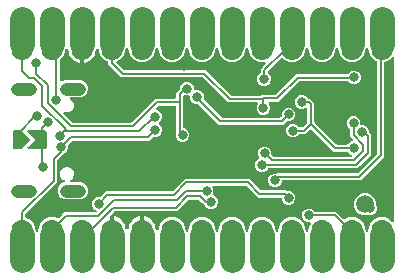
<source format=gbr>
G04 EAGLE Gerber RS-274X export*
G75*
%MOMM*%
%FSLAX34Y34*%
%LPD*%
%INBottom Copper*%
%IPPOS*%
%AMOC8*
5,1,8,0,0,1.08239X$1,22.5*%
G01*
%ADD10C,1.500000*%
%ADD11C,1.778000*%
%ADD12C,2.095500*%
%ADD13C,1.108000*%
%ADD14C,0.381000*%
%ADD15C,0.800100*%
%ADD16C,0.203200*%
%ADD17C,0.177800*%

G36*
X304915Y10958D02*
X304915Y10958D01*
X305028Y10968D01*
X305056Y10978D01*
X305084Y10982D01*
X305187Y11029D01*
X305293Y11070D01*
X305317Y11087D01*
X305344Y11100D01*
X305430Y11173D01*
X305520Y11241D01*
X305538Y11265D01*
X305560Y11284D01*
X305602Y11350D01*
X305690Y11469D01*
X305712Y11527D01*
X305738Y11568D01*
X306754Y14021D01*
X306762Y14051D01*
X306776Y14079D01*
X306789Y14156D01*
X306825Y14297D01*
X306823Y14361D01*
X306831Y14410D01*
X306831Y14822D01*
X308456Y18743D01*
X311457Y21744D01*
X315378Y23369D01*
X319622Y23369D01*
X323543Y21745D01*
X325926Y19362D01*
X325950Y19344D01*
X325969Y19322D01*
X326063Y19259D01*
X326153Y19191D01*
X326181Y19180D01*
X326205Y19164D01*
X326313Y19130D01*
X326419Y19090D01*
X326448Y19087D01*
X326476Y19078D01*
X326590Y19075D01*
X326702Y19066D01*
X326731Y19072D01*
X326760Y19071D01*
X326870Y19100D01*
X326981Y19122D01*
X327007Y19135D01*
X327035Y19143D01*
X327133Y19201D01*
X327233Y19253D01*
X327255Y19273D01*
X327280Y19288D01*
X327357Y19371D01*
X327439Y19449D01*
X327454Y19474D01*
X327474Y19495D01*
X327526Y19596D01*
X327583Y19694D01*
X327590Y19722D01*
X327604Y19749D01*
X327617Y19826D01*
X327653Y19969D01*
X327651Y20032D01*
X327659Y20080D01*
X327659Y157720D01*
X327655Y157749D01*
X327658Y157779D01*
X327635Y157890D01*
X327619Y158002D01*
X327607Y158029D01*
X327602Y158057D01*
X327549Y158158D01*
X327503Y158261D01*
X327484Y158284D01*
X327471Y158310D01*
X327393Y158392D01*
X327320Y158478D01*
X327295Y158495D01*
X327275Y158516D01*
X327177Y158573D01*
X327083Y158636D01*
X327055Y158645D01*
X327030Y158660D01*
X326920Y158687D01*
X326812Y158722D01*
X326782Y158722D01*
X326754Y158730D01*
X326641Y158726D01*
X326528Y158729D01*
X326499Y158722D01*
X326470Y158721D01*
X326362Y158686D01*
X326253Y158657D01*
X326227Y158642D01*
X326199Y158633D01*
X326136Y158588D01*
X326008Y158512D01*
X325965Y158466D01*
X325926Y158438D01*
X323543Y156055D01*
X319905Y154549D01*
X319904Y154548D01*
X319903Y154547D01*
X319782Y154476D01*
X319661Y154404D01*
X319660Y154403D01*
X319658Y154402D01*
X319561Y154298D01*
X319465Y154197D01*
X319465Y154196D01*
X319464Y154195D01*
X319399Y154069D01*
X319335Y153945D01*
X319335Y153943D01*
X319334Y153942D01*
X319332Y153927D01*
X319280Y153666D01*
X319283Y153635D01*
X319279Y153611D01*
X319279Y74482D01*
X299343Y54546D01*
X233785Y54546D01*
X233727Y54538D01*
X233668Y54539D01*
X233587Y54518D01*
X233503Y54506D01*
X233450Y54482D01*
X233393Y54467D01*
X233321Y54424D01*
X233244Y54390D01*
X233199Y54352D01*
X233149Y54322D01*
X233091Y54260D01*
X233027Y54206D01*
X232994Y54157D01*
X232954Y54115D01*
X232916Y54040D01*
X232869Y53969D01*
X232852Y53914D01*
X232825Y53862D01*
X232814Y53794D01*
X232783Y53698D01*
X232781Y53599D01*
X232769Y53531D01*
X232769Y53270D01*
X231890Y51146D01*
X230264Y49520D01*
X228140Y48640D01*
X225841Y48640D01*
X223716Y49520D01*
X222091Y51146D01*
X221211Y53270D01*
X221211Y55569D01*
X222091Y57693D01*
X223716Y59319D01*
X225841Y60199D01*
X228217Y60199D01*
X228304Y60211D01*
X228391Y60214D01*
X228444Y60231D01*
X228498Y60239D01*
X228578Y60274D01*
X228661Y60301D01*
X228701Y60329D01*
X228758Y60355D01*
X228798Y60389D01*
X296502Y60389D01*
X296588Y60401D01*
X296676Y60404D01*
X296728Y60421D01*
X296783Y60429D01*
X296863Y60465D01*
X296946Y60492D01*
X296986Y60520D01*
X297043Y60545D01*
X297156Y60641D01*
X297220Y60687D01*
X313138Y76605D01*
X313190Y76675D01*
X313250Y76739D01*
X313276Y76788D01*
X313309Y76832D01*
X313340Y76914D01*
X313380Y76992D01*
X313388Y77039D01*
X313410Y77098D01*
X313422Y77245D01*
X313435Y77323D01*
X313435Y154558D01*
X313435Y154559D01*
X313435Y154561D01*
X313416Y154694D01*
X313395Y154839D01*
X313395Y154840D01*
X313395Y154842D01*
X313338Y154968D01*
X313279Y155098D01*
X313278Y155100D01*
X313277Y155101D01*
X313186Y155208D01*
X313096Y155315D01*
X313094Y155316D01*
X313093Y155318D01*
X313080Y155326D01*
X312859Y155473D01*
X312830Y155482D01*
X312809Y155496D01*
X311457Y156056D01*
X308456Y159057D01*
X306831Y162978D01*
X306831Y163390D01*
X306827Y163421D01*
X306829Y163451D01*
X306812Y163528D01*
X306791Y163672D01*
X306765Y163730D01*
X306754Y163779D01*
X305738Y166231D01*
X305723Y166257D01*
X305714Y166285D01*
X305651Y166379D01*
X305593Y166476D01*
X305572Y166496D01*
X305556Y166521D01*
X305469Y166594D01*
X305387Y166671D01*
X305361Y166685D01*
X305338Y166704D01*
X305235Y166750D01*
X305134Y166802D01*
X305105Y166807D01*
X305078Y166819D01*
X304966Y166835D01*
X304855Y166857D01*
X304826Y166854D01*
X304797Y166858D01*
X304685Y166842D01*
X304572Y166832D01*
X304545Y166822D01*
X304516Y166818D01*
X304412Y166771D01*
X304307Y166730D01*
X304283Y166713D01*
X304256Y166700D01*
X304170Y166627D01*
X304080Y166559D01*
X304062Y166535D01*
X304040Y166516D01*
X303998Y166450D01*
X303910Y166331D01*
X303888Y166272D01*
X303862Y166232D01*
X302846Y163779D01*
X302838Y163749D01*
X302824Y163721D01*
X302811Y163644D01*
X302775Y163503D01*
X302777Y163439D01*
X302769Y163390D01*
X302769Y162978D01*
X301144Y159057D01*
X298143Y156056D01*
X294222Y154431D01*
X289978Y154431D01*
X286057Y156056D01*
X283056Y159057D01*
X281431Y162978D01*
X281431Y163390D01*
X281427Y163421D01*
X281429Y163451D01*
X281412Y163528D01*
X281391Y163672D01*
X281365Y163730D01*
X281354Y163779D01*
X280338Y166231D01*
X280323Y166257D01*
X280314Y166285D01*
X280251Y166379D01*
X280193Y166476D01*
X280172Y166496D01*
X280156Y166521D01*
X280069Y166594D01*
X279987Y166671D01*
X279961Y166685D01*
X279938Y166704D01*
X279835Y166750D01*
X279734Y166802D01*
X279705Y166807D01*
X279678Y166819D01*
X279566Y166835D01*
X279455Y166857D01*
X279426Y166854D01*
X279397Y166858D01*
X279285Y166842D01*
X279172Y166832D01*
X279145Y166822D01*
X279116Y166818D01*
X279012Y166771D01*
X278907Y166730D01*
X278883Y166713D01*
X278856Y166700D01*
X278770Y166627D01*
X278680Y166559D01*
X278662Y166535D01*
X278640Y166516D01*
X278598Y166450D01*
X278510Y166331D01*
X278488Y166272D01*
X278462Y166232D01*
X277446Y163779D01*
X277438Y163749D01*
X277424Y163721D01*
X277411Y163644D01*
X277375Y163503D01*
X277377Y163439D01*
X277369Y163390D01*
X277369Y162978D01*
X275744Y159057D01*
X272743Y156056D01*
X268822Y154431D01*
X264578Y154431D01*
X260657Y156056D01*
X257656Y159057D01*
X256031Y162978D01*
X256031Y163390D01*
X256027Y163421D01*
X256029Y163451D01*
X256012Y163528D01*
X255991Y163672D01*
X255965Y163730D01*
X255954Y163779D01*
X254938Y166231D01*
X254923Y166257D01*
X254914Y166285D01*
X254851Y166379D01*
X254793Y166476D01*
X254772Y166496D01*
X254756Y166521D01*
X254669Y166594D01*
X254587Y166671D01*
X254561Y166685D01*
X254538Y166704D01*
X254435Y166750D01*
X254334Y166802D01*
X254305Y166807D01*
X254278Y166819D01*
X254166Y166835D01*
X254055Y166857D01*
X254026Y166854D01*
X253997Y166858D01*
X253885Y166842D01*
X253772Y166832D01*
X253745Y166822D01*
X253716Y166818D01*
X253612Y166771D01*
X253507Y166730D01*
X253483Y166713D01*
X253456Y166700D01*
X253370Y166627D01*
X253280Y166559D01*
X253262Y166535D01*
X253240Y166516D01*
X253198Y166450D01*
X253110Y166331D01*
X253088Y166272D01*
X253062Y166232D01*
X252046Y163779D01*
X252038Y163749D01*
X252024Y163721D01*
X252011Y163644D01*
X251975Y163503D01*
X251977Y163439D01*
X251969Y163390D01*
X251969Y162978D01*
X250344Y159057D01*
X247343Y156056D01*
X243422Y154431D01*
X239178Y154431D01*
X235257Y156056D01*
X233709Y157603D01*
X233662Y157638D01*
X233622Y157681D01*
X233549Y157724D01*
X233482Y157774D01*
X233427Y157795D01*
X233376Y157825D01*
X233295Y157845D01*
X233216Y157876D01*
X233158Y157880D01*
X233101Y157895D01*
X233017Y157892D01*
X232933Y157899D01*
X232875Y157888D01*
X232817Y157886D01*
X232737Y157860D01*
X232654Y157843D01*
X232602Y157816D01*
X232546Y157798D01*
X232490Y157758D01*
X232402Y157712D01*
X232329Y157643D01*
X232273Y157603D01*
X221209Y146540D01*
X221174Y146493D01*
X221132Y146453D01*
X221089Y146380D01*
X221038Y146312D01*
X221017Y146258D01*
X220988Y146207D01*
X220967Y146126D01*
X220937Y146047D01*
X220932Y145988D01*
X220918Y145932D01*
X220921Y145848D01*
X220914Y145763D01*
X220925Y145706D01*
X220927Y145648D01*
X220953Y145567D01*
X220969Y145485D01*
X220996Y145433D01*
X221014Y145377D01*
X221054Y145321D01*
X221100Y145232D01*
X221169Y145160D01*
X221209Y145104D01*
X222704Y143609D01*
X223584Y141485D01*
X223584Y139185D01*
X222704Y137061D01*
X221079Y135436D01*
X218955Y134556D01*
X216655Y134556D01*
X214531Y135436D01*
X212906Y137061D01*
X212026Y139185D01*
X212026Y141485D01*
X212906Y143609D01*
X214459Y145162D01*
X214511Y145232D01*
X214571Y145296D01*
X214597Y145345D01*
X214630Y145389D01*
X214661Y145471D01*
X214701Y145549D01*
X214709Y145596D01*
X214731Y145655D01*
X214743Y145803D01*
X214756Y145880D01*
X214756Y148710D01*
X216839Y150793D01*
X216840Y150793D01*
X218745Y152698D01*
X218762Y152722D01*
X218785Y152741D01*
X218847Y152835D01*
X218915Y152925D01*
X218926Y152953D01*
X218942Y152977D01*
X218976Y153085D01*
X219017Y153191D01*
X219019Y153220D01*
X219028Y153248D01*
X219031Y153362D01*
X219040Y153474D01*
X219035Y153503D01*
X219035Y153532D01*
X219007Y153642D01*
X218984Y153753D01*
X218971Y153779D01*
X218963Y153807D01*
X218906Y153905D01*
X218853Y154005D01*
X218833Y154027D01*
X218818Y154052D01*
X218736Y154129D01*
X218658Y154211D01*
X218632Y154226D01*
X218611Y154246D01*
X218510Y154298D01*
X218412Y154355D01*
X218384Y154362D01*
X218358Y154376D01*
X218280Y154389D01*
X218137Y154425D01*
X218074Y154423D01*
X218027Y154431D01*
X213778Y154431D01*
X209857Y156056D01*
X206856Y159057D01*
X205231Y162978D01*
X205231Y163390D01*
X205227Y163421D01*
X205229Y163451D01*
X205212Y163528D01*
X205191Y163672D01*
X205165Y163730D01*
X205154Y163779D01*
X204138Y166231D01*
X204123Y166257D01*
X204114Y166285D01*
X204051Y166379D01*
X203993Y166476D01*
X203972Y166496D01*
X203956Y166521D01*
X203869Y166594D01*
X203787Y166671D01*
X203761Y166685D01*
X203738Y166704D01*
X203635Y166750D01*
X203534Y166802D01*
X203505Y166807D01*
X203478Y166819D01*
X203366Y166835D01*
X203255Y166857D01*
X203226Y166854D01*
X203197Y166858D01*
X203085Y166842D01*
X202972Y166832D01*
X202945Y166822D01*
X202916Y166818D01*
X202812Y166771D01*
X202707Y166730D01*
X202683Y166713D01*
X202656Y166700D01*
X202570Y166627D01*
X202480Y166559D01*
X202462Y166535D01*
X202440Y166516D01*
X202398Y166450D01*
X202310Y166331D01*
X202288Y166272D01*
X202262Y166232D01*
X201246Y163779D01*
X201238Y163749D01*
X201224Y163721D01*
X201211Y163644D01*
X201175Y163503D01*
X201177Y163439D01*
X201169Y163390D01*
X201169Y162978D01*
X199544Y159057D01*
X196543Y156056D01*
X192622Y154431D01*
X188378Y154431D01*
X184457Y156056D01*
X181456Y159057D01*
X179831Y162978D01*
X179831Y163390D01*
X179827Y163421D01*
X179829Y163451D01*
X179812Y163528D01*
X179791Y163672D01*
X179765Y163730D01*
X179754Y163779D01*
X178738Y166231D01*
X178723Y166257D01*
X178714Y166285D01*
X178651Y166379D01*
X178593Y166476D01*
X178572Y166496D01*
X178556Y166521D01*
X178469Y166594D01*
X178387Y166671D01*
X178361Y166685D01*
X178338Y166704D01*
X178235Y166750D01*
X178134Y166802D01*
X178105Y166807D01*
X178078Y166819D01*
X177966Y166835D01*
X177855Y166857D01*
X177826Y166854D01*
X177797Y166858D01*
X177685Y166842D01*
X177572Y166832D01*
X177545Y166822D01*
X177516Y166818D01*
X177412Y166771D01*
X177307Y166730D01*
X177283Y166713D01*
X177256Y166700D01*
X177170Y166627D01*
X177080Y166559D01*
X177062Y166535D01*
X177040Y166516D01*
X176998Y166450D01*
X176910Y166331D01*
X176888Y166272D01*
X176862Y166232D01*
X175846Y163779D01*
X175838Y163749D01*
X175824Y163721D01*
X175811Y163644D01*
X175775Y163503D01*
X175777Y163439D01*
X175769Y163390D01*
X175769Y162978D01*
X174144Y159057D01*
X171143Y156056D01*
X167222Y154431D01*
X162978Y154431D01*
X159057Y156056D01*
X156056Y159057D01*
X154431Y162978D01*
X154431Y163390D01*
X154427Y163421D01*
X154429Y163451D01*
X154412Y163528D01*
X154391Y163672D01*
X154365Y163730D01*
X154354Y163779D01*
X153338Y166232D01*
X153323Y166257D01*
X153314Y166285D01*
X153251Y166379D01*
X153193Y166476D01*
X153172Y166496D01*
X153156Y166521D01*
X153069Y166594D01*
X152987Y166672D01*
X152961Y166685D01*
X152938Y166704D01*
X152835Y166750D01*
X152734Y166802D01*
X152705Y166807D01*
X152678Y166819D01*
X152566Y166835D01*
X152455Y166857D01*
X152426Y166854D01*
X152397Y166858D01*
X152285Y166842D01*
X152172Y166832D01*
X152145Y166822D01*
X152115Y166818D01*
X152012Y166771D01*
X151907Y166730D01*
X151883Y166713D01*
X151856Y166700D01*
X151770Y166627D01*
X151680Y166559D01*
X151662Y166535D01*
X151640Y166516D01*
X151598Y166450D01*
X151510Y166331D01*
X151488Y166272D01*
X151462Y166231D01*
X150446Y163779D01*
X150438Y163749D01*
X150424Y163721D01*
X150411Y163644D01*
X150375Y163503D01*
X150377Y163439D01*
X150369Y163390D01*
X150369Y162978D01*
X148744Y159057D01*
X145743Y156056D01*
X141822Y154431D01*
X137578Y154431D01*
X133657Y156056D01*
X130656Y159057D01*
X129031Y162978D01*
X129031Y163390D01*
X129027Y163421D01*
X129029Y163452D01*
X129012Y163528D01*
X128991Y163672D01*
X128965Y163730D01*
X128954Y163779D01*
X127938Y166232D01*
X127923Y166257D01*
X127914Y166285D01*
X127851Y166379D01*
X127793Y166476D01*
X127772Y166496D01*
X127756Y166521D01*
X127669Y166594D01*
X127587Y166672D01*
X127561Y166685D01*
X127538Y166704D01*
X127435Y166750D01*
X127334Y166802D01*
X127305Y166807D01*
X127278Y166819D01*
X127166Y166835D01*
X127055Y166857D01*
X127026Y166854D01*
X126997Y166858D01*
X126885Y166842D01*
X126772Y166832D01*
X126745Y166822D01*
X126716Y166818D01*
X126612Y166771D01*
X126507Y166730D01*
X126483Y166713D01*
X126456Y166700D01*
X126370Y166627D01*
X126280Y166559D01*
X126262Y166535D01*
X126240Y166516D01*
X126198Y166450D01*
X126110Y166331D01*
X126088Y166273D01*
X126062Y166232D01*
X125046Y163779D01*
X125038Y163749D01*
X125024Y163721D01*
X125011Y163644D01*
X124975Y163503D01*
X124977Y163439D01*
X124969Y163390D01*
X124969Y162978D01*
X123344Y159057D01*
X120343Y156056D01*
X116422Y154431D01*
X112178Y154431D01*
X108257Y156056D01*
X105256Y159057D01*
X103631Y162978D01*
X103631Y163390D01*
X103627Y163421D01*
X103629Y163452D01*
X103612Y163528D01*
X103591Y163672D01*
X103565Y163730D01*
X103554Y163779D01*
X102538Y166232D01*
X102523Y166257D01*
X102514Y166285D01*
X102451Y166379D01*
X102393Y166476D01*
X102372Y166496D01*
X102356Y166521D01*
X102269Y166594D01*
X102187Y166672D01*
X102161Y166685D01*
X102138Y166704D01*
X102035Y166750D01*
X101934Y166802D01*
X101905Y166807D01*
X101878Y166819D01*
X101766Y166835D01*
X101655Y166857D01*
X101626Y166854D01*
X101597Y166858D01*
X101485Y166842D01*
X101372Y166832D01*
X101345Y166822D01*
X101316Y166818D01*
X101212Y166771D01*
X101107Y166730D01*
X101083Y166713D01*
X101056Y166700D01*
X100970Y166627D01*
X100880Y166559D01*
X100862Y166535D01*
X100840Y166516D01*
X100798Y166450D01*
X100710Y166331D01*
X100688Y166273D01*
X100662Y166232D01*
X99646Y163779D01*
X99638Y163749D01*
X99624Y163721D01*
X99611Y163644D01*
X99575Y163503D01*
X99577Y163439D01*
X99569Y163390D01*
X99569Y162978D01*
X97944Y159057D01*
X94943Y156055D01*
X93309Y155378D01*
X93210Y155320D01*
X93108Y155267D01*
X93088Y155248D01*
X93064Y155234D01*
X92985Y155150D01*
X92902Y155071D01*
X92888Y155047D01*
X92869Y155027D01*
X92816Y154925D01*
X92758Y154826D01*
X92751Y154799D01*
X92739Y154775D01*
X92716Y154662D01*
X92688Y154551D01*
X92689Y154523D01*
X92684Y154496D01*
X92693Y154381D01*
X92697Y154266D01*
X92706Y154240D01*
X92708Y154212D01*
X92749Y154105D01*
X92785Y153996D01*
X92799Y153976D01*
X92810Y153947D01*
X92970Y153735D01*
X92979Y153723D01*
X98703Y147999D01*
X98773Y147947D01*
X98837Y147887D01*
X98886Y147861D01*
X98930Y147828D01*
X99012Y147797D01*
X99090Y147757D01*
X99137Y147749D01*
X99196Y147727D01*
X99343Y147715D01*
X99421Y147702D01*
X168215Y147702D01*
X189381Y126536D01*
X189451Y126484D01*
X189515Y126424D01*
X189564Y126398D01*
X189608Y126365D01*
X189690Y126334D01*
X189768Y126294D01*
X189815Y126286D01*
X189874Y126264D01*
X190021Y126252D01*
X190099Y126239D01*
X214725Y126239D01*
X214811Y126251D01*
X214899Y126254D01*
X214951Y126271D01*
X215006Y126279D01*
X215086Y126314D01*
X215169Y126341D01*
X215208Y126369D01*
X215266Y126395D01*
X215379Y126491D01*
X215443Y126536D01*
X215780Y126874D01*
X226946Y126874D01*
X227033Y126886D01*
X227120Y126889D01*
X227173Y126906D01*
X227227Y126914D01*
X227307Y126949D01*
X227390Y126976D01*
X227430Y127004D01*
X227487Y127030D01*
X227600Y127126D01*
X227664Y127171D01*
X245019Y144527D01*
X287952Y144527D01*
X288039Y144539D01*
X288126Y144542D01*
X288179Y144559D01*
X288234Y144567D01*
X288313Y144602D01*
X288397Y144629D01*
X288436Y144657D01*
X288493Y144683D01*
X288606Y144779D01*
X288670Y144824D01*
X290351Y146505D01*
X292475Y147385D01*
X294775Y147385D01*
X296899Y146505D01*
X298524Y144880D01*
X299404Y142756D01*
X299404Y140456D01*
X298524Y138332D01*
X296899Y136707D01*
X294775Y135827D01*
X292475Y135827D01*
X290351Y136707D01*
X288926Y138132D01*
X288856Y138184D01*
X288792Y138244D01*
X288743Y138270D01*
X288699Y138303D01*
X288617Y138334D01*
X288539Y138374D01*
X288492Y138382D01*
X288433Y138404D01*
X288285Y138416D01*
X288208Y138429D01*
X247966Y138429D01*
X247879Y138417D01*
X247792Y138414D01*
X247739Y138397D01*
X247684Y138389D01*
X247604Y138354D01*
X247521Y138327D01*
X247482Y138299D01*
X247425Y138273D01*
X247311Y138177D01*
X247248Y138132D01*
X229892Y120776D01*
X222461Y120776D01*
X222432Y120772D01*
X222402Y120775D01*
X222292Y120752D01*
X222179Y120736D01*
X222152Y120724D01*
X222124Y120719D01*
X222023Y120667D01*
X221920Y120620D01*
X221897Y120601D01*
X221871Y120588D01*
X221789Y120510D01*
X221703Y120437D01*
X221687Y120412D01*
X221665Y120392D01*
X221608Y120294D01*
X221545Y120200D01*
X221536Y120172D01*
X221522Y120147D01*
X221494Y120037D01*
X221460Y119929D01*
X221459Y119900D01*
X221452Y119871D01*
X221455Y119758D01*
X221452Y119645D01*
X221460Y119616D01*
X221461Y119587D01*
X221495Y119479D01*
X221524Y119370D01*
X221539Y119344D01*
X221548Y119316D01*
X221594Y119253D01*
X221669Y119125D01*
X221715Y119082D01*
X221743Y119043D01*
X221942Y118844D01*
X222822Y116720D01*
X222822Y114420D01*
X221942Y112296D01*
X220317Y110671D01*
X218193Y109791D01*
X215893Y109791D01*
X213769Y110671D01*
X212144Y112296D01*
X211264Y114420D01*
X211264Y116720D01*
X212205Y118991D01*
X212233Y119103D01*
X212268Y119212D01*
X212269Y119240D01*
X212276Y119267D01*
X212273Y119381D01*
X212275Y119496D01*
X212268Y119523D01*
X212268Y119551D01*
X212233Y119660D01*
X212204Y119771D01*
X212189Y119795D01*
X212181Y119822D01*
X212117Y119917D01*
X212058Y120016D01*
X212038Y120035D01*
X212023Y120058D01*
X211935Y120132D01*
X211851Y120210D01*
X211826Y120223D01*
X211805Y120241D01*
X211700Y120287D01*
X211598Y120340D01*
X211573Y120344D01*
X211545Y120356D01*
X211282Y120393D01*
X211267Y120395D01*
X187258Y120395D01*
X166092Y141561D01*
X166022Y141613D01*
X165958Y141673D01*
X165909Y141699D01*
X165865Y141732D01*
X165783Y141763D01*
X165705Y141803D01*
X165658Y141811D01*
X165599Y141833D01*
X165452Y141845D01*
X165374Y141858D01*
X96580Y141858D01*
X94571Y143867D01*
X88114Y150324D01*
X88044Y150376D01*
X87980Y150436D01*
X87931Y150462D01*
X87887Y150495D01*
X87805Y150526D01*
X87727Y150566D01*
X87686Y150573D01*
X85851Y152407D01*
X85851Y154137D01*
X85851Y154138D01*
X85851Y154140D01*
X85844Y154189D01*
X85845Y154208D01*
X85837Y154236D01*
X85831Y154277D01*
X85811Y154418D01*
X85811Y154420D01*
X85811Y154421D01*
X85754Y154547D01*
X85695Y154678D01*
X85694Y154679D01*
X85693Y154680D01*
X85604Y154785D01*
X85512Y154895D01*
X85510Y154895D01*
X85509Y154897D01*
X85496Y154905D01*
X85275Y155052D01*
X85246Y155061D01*
X85225Y155075D01*
X82857Y156056D01*
X79856Y159057D01*
X78231Y162978D01*
X78231Y163390D01*
X78227Y163421D01*
X78229Y163452D01*
X78212Y163528D01*
X78191Y163672D01*
X78165Y163730D01*
X78154Y163779D01*
X77558Y165217D01*
X77523Y165277D01*
X77497Y165341D01*
X77451Y165399D01*
X77414Y165462D01*
X77363Y165510D01*
X77320Y165564D01*
X77260Y165607D01*
X77207Y165657D01*
X77145Y165689D01*
X77089Y165729D01*
X77020Y165754D01*
X76954Y165788D01*
X76886Y165801D01*
X76821Y165824D01*
X76748Y165828D01*
X76675Y165843D01*
X76606Y165837D01*
X76537Y165841D01*
X76465Y165824D01*
X76392Y165818D01*
X76328Y165793D01*
X76260Y165778D01*
X76195Y165743D01*
X76127Y165716D01*
X76072Y165674D01*
X76011Y165641D01*
X75959Y165589D01*
X75900Y165544D01*
X75859Y165489D01*
X75810Y165440D01*
X75781Y165385D01*
X75730Y165317D01*
X75689Y165209D01*
X75655Y165143D01*
X75564Y164865D01*
X74871Y163504D01*
X74778Y163235D01*
X74777Y163216D01*
X74773Y163202D01*
X74649Y162423D01*
X74093Y160712D01*
X73276Y159109D01*
X72219Y157653D01*
X70947Y156381D01*
X69491Y155324D01*
X67888Y154507D01*
X66177Y153951D01*
X65531Y153848D01*
X65531Y164084D01*
X65523Y164142D01*
X65525Y164200D01*
X65503Y164282D01*
X65491Y164365D01*
X65467Y164419D01*
X65453Y164475D01*
X65410Y164548D01*
X65375Y164625D01*
X65337Y164669D01*
X65307Y164720D01*
X65246Y164777D01*
X65191Y164842D01*
X65143Y164874D01*
X65100Y164914D01*
X65025Y164953D01*
X64955Y164999D01*
X64899Y165017D01*
X64847Y165044D01*
X64779Y165055D01*
X64684Y165085D01*
X64584Y165088D01*
X64516Y165099D01*
X62484Y165099D01*
X62426Y165091D01*
X62368Y165092D01*
X62286Y165071D01*
X62203Y165059D01*
X62149Y165035D01*
X62093Y165021D01*
X62020Y164978D01*
X61943Y164943D01*
X61898Y164905D01*
X61848Y164875D01*
X61790Y164814D01*
X61726Y164759D01*
X61694Y164711D01*
X61654Y164668D01*
X61615Y164593D01*
X61569Y164523D01*
X61551Y164467D01*
X61524Y164415D01*
X61513Y164347D01*
X61483Y164252D01*
X61480Y164152D01*
X61469Y164084D01*
X61469Y153848D01*
X60823Y153951D01*
X59112Y154507D01*
X57509Y155324D01*
X56053Y156381D01*
X54781Y157653D01*
X53724Y159109D01*
X52907Y160712D01*
X52351Y162423D01*
X52227Y163202D01*
X52144Y163473D01*
X52134Y163489D01*
X52129Y163504D01*
X51436Y164865D01*
X51345Y165143D01*
X51315Y165205D01*
X51294Y165271D01*
X51253Y165332D01*
X51221Y165398D01*
X51174Y165449D01*
X51136Y165507D01*
X51079Y165554D01*
X51030Y165609D01*
X50971Y165645D01*
X50918Y165690D01*
X50851Y165720D01*
X50788Y165758D01*
X50721Y165777D01*
X50658Y165805D01*
X50585Y165815D01*
X50514Y165835D01*
X50445Y165835D01*
X50377Y165844D01*
X50304Y165834D01*
X50230Y165833D01*
X50164Y165813D01*
X50095Y165803D01*
X50028Y165773D01*
X49958Y165752D01*
X49899Y165715D01*
X49836Y165686D01*
X49780Y165639D01*
X49718Y165599D01*
X49673Y165547D01*
X49620Y165502D01*
X49587Y165449D01*
X49531Y165385D01*
X49482Y165281D01*
X49442Y165217D01*
X48846Y163779D01*
X48838Y163749D01*
X48824Y163721D01*
X48811Y163644D01*
X48775Y163503D01*
X48777Y163439D01*
X48769Y163390D01*
X48769Y162978D01*
X47145Y159057D01*
X45066Y156978D01*
X45013Y156908D01*
X44953Y156844D01*
X44928Y156795D01*
X44895Y156751D01*
X44864Y156669D01*
X44824Y156591D01*
X44816Y156543D01*
X44793Y156485D01*
X44781Y156337D01*
X44768Y156260D01*
X44768Y139293D01*
X44784Y139180D01*
X44794Y139065D01*
X44804Y139039D01*
X44808Y139012D01*
X44855Y138907D01*
X44896Y138800D01*
X44913Y138778D01*
X44924Y138752D01*
X44998Y138665D01*
X45068Y138573D01*
X45090Y138557D01*
X45108Y138535D01*
X45203Y138472D01*
X45296Y138403D01*
X45321Y138393D01*
X45345Y138378D01*
X45454Y138343D01*
X45562Y138303D01*
X45589Y138300D01*
X45616Y138292D01*
X45730Y138289D01*
X45845Y138280D01*
X45869Y138286D01*
X45900Y138285D01*
X46157Y138352D01*
X46172Y138355D01*
X48739Y139419D01*
X62731Y139419D01*
X65421Y138304D01*
X67479Y136246D01*
X68594Y133556D01*
X68594Y130644D01*
X67479Y127954D01*
X65421Y125896D01*
X62731Y124781D01*
X54117Y124781D01*
X54032Y124769D01*
X53946Y124767D01*
X53891Y124749D01*
X53835Y124741D01*
X53757Y124706D01*
X53675Y124680D01*
X53628Y124648D01*
X53576Y124625D01*
X53510Y124570D01*
X53439Y124522D01*
X53402Y124478D01*
X53359Y124442D01*
X53311Y124370D01*
X53256Y124304D01*
X53233Y124252D01*
X53201Y124205D01*
X53175Y124123D01*
X53140Y124044D01*
X53132Y123988D01*
X53115Y123934D01*
X53113Y123848D01*
X53101Y123763D01*
X53109Y123707D01*
X53108Y123650D01*
X53130Y123567D01*
X53142Y123481D01*
X53165Y123430D01*
X53180Y123375D01*
X53224Y123301D01*
X53259Y123222D01*
X53296Y123179D01*
X53325Y123130D01*
X53388Y123071D01*
X53443Y123006D01*
X53485Y122980D01*
X53532Y122936D01*
X53661Y122870D01*
X53728Y122828D01*
X54015Y122709D01*
X55644Y121080D01*
X56526Y118952D01*
X56526Y116648D01*
X55644Y114520D01*
X54015Y112891D01*
X51887Y112009D01*
X49583Y112009D01*
X49218Y112160D01*
X49135Y112182D01*
X49055Y112212D01*
X48998Y112217D01*
X48943Y112231D01*
X48857Y112229D01*
X48772Y112236D01*
X48716Y112225D01*
X48659Y112223D01*
X48577Y112197D01*
X48493Y112180D01*
X48442Y112154D01*
X48388Y112136D01*
X48317Y112089D01*
X48241Y112049D01*
X48199Y112010D01*
X48152Y111978D01*
X48097Y111912D01*
X48035Y111853D01*
X48006Y111804D01*
X47969Y111761D01*
X47934Y111682D01*
X47891Y111608D01*
X47877Y111553D01*
X47854Y111501D01*
X47842Y111416D01*
X47821Y111332D01*
X47823Y111276D01*
X47815Y111219D01*
X47827Y111134D01*
X47830Y111048D01*
X47847Y110994D01*
X47855Y110938D01*
X47891Y110860D01*
X47917Y110778D01*
X47946Y110738D01*
X47972Y110679D01*
X48067Y110568D01*
X48112Y110504D01*
X55067Y103549D01*
X55137Y103497D01*
X55201Y103437D01*
X55251Y103411D01*
X55295Y103378D01*
X55376Y103347D01*
X55454Y103307D01*
X55502Y103299D01*
X55560Y103277D01*
X55708Y103265D01*
X55785Y103252D01*
X104870Y103252D01*
X104956Y103264D01*
X105044Y103267D01*
X105096Y103284D01*
X105151Y103292D01*
X105231Y103327D01*
X105314Y103354D01*
X105353Y103382D01*
X105411Y103408D01*
X105524Y103504D01*
X105588Y103549D01*
X125737Y123699D01*
X141986Y123699D01*
X142044Y123707D01*
X142102Y123705D01*
X142184Y123727D01*
X142268Y123739D01*
X142321Y123762D01*
X142377Y123777D01*
X142450Y123820D01*
X142527Y123855D01*
X142572Y123893D01*
X142622Y123922D01*
X142680Y123984D01*
X142744Y124038D01*
X142776Y124087D01*
X142816Y124130D01*
X142855Y124205D01*
X142902Y124275D01*
X142919Y124331D01*
X142946Y124383D01*
X142957Y124451D01*
X142987Y124546D01*
X142990Y124646D01*
X143001Y124714D01*
X143001Y128405D01*
X146181Y131585D01*
X146233Y131655D01*
X146293Y131719D01*
X146319Y131768D01*
X146352Y131812D01*
X146383Y131894D01*
X146423Y131972D01*
X146431Y132019D01*
X146453Y132078D01*
X146465Y132226D01*
X146478Y132303D01*
X146478Y133230D01*
X147358Y135354D01*
X148984Y136979D01*
X151108Y137859D01*
X153407Y137859D01*
X155531Y136979D01*
X157157Y135354D01*
X158037Y133230D01*
X158037Y131785D01*
X158053Y131672D01*
X158063Y131557D01*
X158073Y131531D01*
X158077Y131504D01*
X158123Y131399D01*
X158165Y131292D01*
X158182Y131270D01*
X158193Y131244D01*
X158267Y131157D01*
X158336Y131065D01*
X158359Y131049D01*
X158376Y131027D01*
X158472Y130964D01*
X158564Y130895D01*
X158590Y130885D01*
X158613Y130870D01*
X158723Y130835D01*
X158830Y130795D01*
X158858Y130792D01*
X158884Y130784D01*
X158999Y130781D01*
X159113Y130772D01*
X159138Y130778D01*
X159168Y130777D01*
X159426Y130844D01*
X159441Y130847D01*
X159505Y130874D01*
X161805Y130874D01*
X163929Y129994D01*
X165554Y128369D01*
X166434Y126245D01*
X166434Y123945D01*
X166415Y123898D01*
X166414Y123897D01*
X166413Y123895D01*
X166378Y123756D01*
X166344Y123623D01*
X166344Y123621D01*
X166343Y123620D01*
X166348Y123478D01*
X166352Y123339D01*
X166352Y123337D01*
X166352Y123336D01*
X166395Y123203D01*
X166439Y123068D01*
X166439Y123067D01*
X166440Y123065D01*
X166448Y123053D01*
X166597Y122832D01*
X166620Y122812D01*
X166635Y122792D01*
X181623Y107804D01*
X181693Y107751D01*
X181757Y107691D01*
X181806Y107666D01*
X181850Y107633D01*
X181932Y107602D01*
X182010Y107562D01*
X182057Y107554D01*
X182116Y107531D01*
X182263Y107519D01*
X182341Y107506D01*
X231044Y107506D01*
X231131Y107518D01*
X231218Y107521D01*
X231271Y107538D01*
X231326Y107546D01*
X231405Y107582D01*
X231489Y107609D01*
X231528Y107637D01*
X231585Y107662D01*
X231698Y107758D01*
X231762Y107804D01*
X232366Y108407D01*
X232418Y108477D01*
X232478Y108541D01*
X232504Y108591D01*
X232537Y108635D01*
X232568Y108716D01*
X232608Y108794D01*
X232616Y108842D01*
X232638Y108900D01*
X232650Y109048D01*
X232663Y109125D01*
X232663Y111322D01*
X233543Y113446D01*
X235169Y115072D01*
X237293Y115952D01*
X239592Y115952D01*
X241716Y115072D01*
X243342Y113446D01*
X244222Y111322D01*
X244222Y109023D01*
X243342Y106899D01*
X241716Y105273D01*
X239592Y104393D01*
X237395Y104393D01*
X237309Y104381D01*
X237221Y104378D01*
X237169Y104361D01*
X237114Y104353D01*
X237034Y104318D01*
X236951Y104291D01*
X236912Y104263D01*
X236854Y104237D01*
X236741Y104141D01*
X236677Y104096D01*
X233990Y101409D01*
X179395Y101409D01*
X177311Y103492D01*
X161785Y119018D01*
X161715Y119071D01*
X161651Y119131D01*
X161602Y119156D01*
X161558Y119189D01*
X161476Y119220D01*
X161398Y119260D01*
X161351Y119268D01*
X161292Y119291D01*
X161145Y119303D01*
X161067Y119316D01*
X159505Y119316D01*
X157381Y120196D01*
X155756Y121821D01*
X154876Y123945D01*
X154876Y125390D01*
X154860Y125503D01*
X154850Y125618D01*
X154840Y125644D01*
X154836Y125671D01*
X154789Y125776D01*
X154748Y125883D01*
X154731Y125905D01*
X154720Y125931D01*
X154645Y126018D01*
X154576Y126110D01*
X154554Y126126D01*
X154536Y126148D01*
X154440Y126211D01*
X154348Y126280D01*
X154323Y126290D01*
X154299Y126305D01*
X154190Y126340D01*
X154082Y126380D01*
X154055Y126383D01*
X154028Y126391D01*
X153913Y126394D01*
X153799Y126403D01*
X153775Y126397D01*
X153744Y126398D01*
X153487Y126331D01*
X153472Y126328D01*
X153407Y126301D01*
X151108Y126301D01*
X150612Y126506D01*
X150610Y126507D01*
X150609Y126508D01*
X150472Y126542D01*
X150336Y126577D01*
X150335Y126577D01*
X150333Y126578D01*
X150191Y126573D01*
X150052Y126569D01*
X150051Y126569D01*
X150049Y126569D01*
X149915Y126525D01*
X149781Y126482D01*
X149780Y126482D01*
X149779Y126481D01*
X149766Y126472D01*
X149545Y126324D01*
X149526Y126301D01*
X149505Y126286D01*
X149396Y126177D01*
X149344Y126107D01*
X149284Y126043D01*
X149258Y125994D01*
X149225Y125950D01*
X149194Y125868D01*
X149154Y125790D01*
X149146Y125743D01*
X149124Y125684D01*
X149112Y125536D01*
X149099Y125459D01*
X149099Y99624D01*
X149099Y99622D01*
X149099Y99620D01*
X149119Y99480D01*
X149139Y99342D01*
X149139Y99341D01*
X149139Y99339D01*
X149196Y99213D01*
X149255Y99083D01*
X149256Y99081D01*
X149257Y99080D01*
X149348Y98973D01*
X149438Y98866D01*
X149440Y98865D01*
X149441Y98864D01*
X149454Y98855D01*
X149675Y98708D01*
X149704Y98699D01*
X149725Y98686D01*
X151864Y97800D01*
X153489Y96174D01*
X154369Y94050D01*
X154369Y91751D01*
X153489Y89627D01*
X151864Y88001D01*
X149740Y87121D01*
X147440Y87121D01*
X145316Y88001D01*
X143691Y89627D01*
X142811Y91751D01*
X142811Y94050D01*
X142924Y94323D01*
X142932Y94353D01*
X142946Y94381D01*
X142959Y94458D01*
X142995Y94599D01*
X142993Y94663D01*
X143001Y94712D01*
X143001Y116586D01*
X142994Y116635D01*
X142995Y116644D01*
X142993Y116649D01*
X142995Y116702D01*
X142973Y116784D01*
X142961Y116868D01*
X142938Y116921D01*
X142923Y116977D01*
X142880Y117050D01*
X142845Y117127D01*
X142807Y117172D01*
X142778Y117222D01*
X142716Y117280D01*
X142662Y117344D01*
X142613Y117376D01*
X142570Y117416D01*
X142495Y117455D01*
X142425Y117502D01*
X142369Y117519D01*
X142317Y117546D01*
X142249Y117557D01*
X142154Y117587D01*
X142054Y117590D01*
X141986Y117601D01*
X128683Y117601D01*
X128597Y117589D01*
X128509Y117586D01*
X128457Y117569D01*
X128402Y117561D01*
X128322Y117526D01*
X128239Y117499D01*
X128200Y117471D01*
X128142Y117445D01*
X128029Y117349D01*
X127965Y117304D01*
X126357Y115696D01*
X126288Y115604D01*
X126214Y115516D01*
X126203Y115491D01*
X126186Y115468D01*
X126145Y115361D01*
X126099Y115256D01*
X126095Y115229D01*
X126085Y115203D01*
X126076Y115088D01*
X126060Y114975D01*
X126064Y114947D01*
X126061Y114919D01*
X126084Y114807D01*
X126100Y114693D01*
X126112Y114668D01*
X126117Y114641D01*
X126170Y114539D01*
X126218Y114434D01*
X126236Y114413D01*
X126248Y114388D01*
X126328Y114305D01*
X126402Y114218D01*
X126423Y114205D01*
X126444Y114182D01*
X126674Y114048D01*
X126687Y114040D01*
X128947Y113103D01*
X130573Y111478D01*
X131453Y109354D01*
X131453Y107054D01*
X130573Y104930D01*
X129040Y103397D01*
X129005Y103351D01*
X128962Y103310D01*
X128920Y103238D01*
X128869Y103170D01*
X128848Y103116D01*
X128819Y103065D01*
X128798Y102984D01*
X128768Y102905D01*
X128763Y102846D01*
X128749Y102790D01*
X128751Y102705D01*
X128744Y102621D01*
X128756Y102564D01*
X128758Y102505D01*
X128784Y102425D01*
X128800Y102343D01*
X128827Y102291D01*
X128845Y102235D01*
X128885Y102179D01*
X128931Y102090D01*
X129000Y102018D01*
X129040Y101962D01*
X130573Y100429D01*
X131453Y98305D01*
X131453Y96005D01*
X130573Y93881D01*
X128947Y92256D01*
X126823Y91376D01*
X124626Y91376D01*
X124540Y91364D01*
X124452Y91361D01*
X124400Y91344D01*
X124345Y91336D01*
X124265Y91300D01*
X124182Y91273D01*
X124143Y91245D01*
X124085Y91220D01*
X123972Y91124D01*
X123908Y91078D01*
X120586Y87756D01*
X55658Y87756D01*
X55572Y87744D01*
X55484Y87741D01*
X55432Y87724D01*
X55377Y87716D01*
X55297Y87681D01*
X55214Y87654D01*
X55175Y87626D01*
X55117Y87600D01*
X55004Y87504D01*
X54940Y87459D01*
X51797Y84315D01*
X51744Y84245D01*
X51684Y84181D01*
X51659Y84132D01*
X51626Y84088D01*
X51595Y84006D01*
X51555Y83928D01*
X51547Y83881D01*
X51524Y83822D01*
X51512Y83675D01*
X51499Y83597D01*
X51499Y81400D01*
X50619Y79276D01*
X48994Y77651D01*
X48786Y77564D01*
X48759Y77549D01*
X48730Y77539D01*
X48666Y77494D01*
X48541Y77420D01*
X48497Y77373D01*
X48456Y77344D01*
X42589Y71477D01*
X42537Y71407D01*
X42477Y71343D01*
X42451Y71294D01*
X42418Y71250D01*
X42387Y71168D01*
X42347Y71090D01*
X42339Y71043D01*
X42317Y70984D01*
X42305Y70837D01*
X42292Y70759D01*
X42292Y52765D01*
X15919Y26392D01*
X15867Y26322D01*
X15807Y26258D01*
X15781Y26209D01*
X15748Y26165D01*
X15717Y26083D01*
X15677Y26005D01*
X15669Y25958D01*
X15647Y25899D01*
X15635Y25752D01*
X15622Y25674D01*
X15622Y23716D01*
X15622Y23714D01*
X15622Y23713D01*
X15642Y23572D01*
X15662Y23434D01*
X15662Y23433D01*
X15662Y23431D01*
X15720Y23303D01*
X15778Y23175D01*
X15779Y23174D01*
X15780Y23172D01*
X15871Y23065D01*
X15961Y22958D01*
X15963Y22957D01*
X15964Y22956D01*
X15977Y22948D01*
X16198Y22800D01*
X16227Y22791D01*
X16248Y22778D01*
X18743Y21745D01*
X21744Y18743D01*
X23369Y14822D01*
X23369Y14410D01*
X23373Y14379D01*
X23371Y14349D01*
X23388Y14272D01*
X23409Y14128D01*
X23435Y14070D01*
X23446Y14021D01*
X24462Y11569D01*
X24477Y11543D01*
X24486Y11515D01*
X24549Y11421D01*
X24607Y11324D01*
X24628Y11304D01*
X24644Y11279D01*
X24731Y11206D01*
X24813Y11129D01*
X24839Y11115D01*
X24862Y11096D01*
X24965Y11050D01*
X25066Y10998D01*
X25095Y10993D01*
X25122Y10981D01*
X25234Y10965D01*
X25345Y10943D01*
X25374Y10946D01*
X25403Y10942D01*
X25515Y10958D01*
X25628Y10968D01*
X25655Y10978D01*
X25684Y10982D01*
X25788Y11029D01*
X25893Y11070D01*
X25917Y11087D01*
X25944Y11100D01*
X26030Y11173D01*
X26120Y11241D01*
X26138Y11265D01*
X26160Y11284D01*
X26202Y11350D01*
X26290Y11469D01*
X26312Y11528D01*
X26338Y11568D01*
X27354Y14021D01*
X27362Y14051D01*
X27376Y14079D01*
X27389Y14156D01*
X27425Y14297D01*
X27423Y14361D01*
X27431Y14410D01*
X27431Y14822D01*
X29056Y18743D01*
X32057Y21744D01*
X35978Y23369D01*
X40222Y23369D01*
X42717Y22335D01*
X42719Y22335D01*
X42720Y22334D01*
X42853Y22300D01*
X42992Y22264D01*
X42994Y22264D01*
X42995Y22264D01*
X43136Y22268D01*
X43276Y22273D01*
X43278Y22273D01*
X43280Y22273D01*
X43412Y22316D01*
X43547Y22359D01*
X43549Y22360D01*
X43550Y22361D01*
X43562Y22369D01*
X43783Y22517D01*
X43803Y22541D01*
X43823Y22555D01*
X46565Y25297D01*
X48574Y27306D01*
X74892Y27306D01*
X74977Y27318D01*
X75063Y27320D01*
X75117Y27338D01*
X75174Y27346D01*
X75252Y27381D01*
X75334Y27407D01*
X75381Y27439D01*
X75433Y27462D01*
X75499Y27517D01*
X75570Y27565D01*
X75607Y27609D01*
X75650Y27645D01*
X75698Y27717D01*
X75753Y27783D01*
X75776Y27835D01*
X75808Y27882D01*
X75834Y27964D01*
X75869Y28043D01*
X75876Y28099D01*
X75893Y28153D01*
X75896Y28239D01*
X75907Y28324D01*
X75899Y28380D01*
X75901Y28437D01*
X75879Y28520D01*
X75867Y28605D01*
X75843Y28657D01*
X75829Y28712D01*
X75785Y28786D01*
X75750Y28865D01*
X75713Y28908D01*
X75684Y28957D01*
X75621Y29016D01*
X75565Y29081D01*
X75523Y29107D01*
X75476Y29151D01*
X75347Y29217D01*
X75281Y29259D01*
X74196Y29708D01*
X72571Y31334D01*
X71691Y33458D01*
X71691Y35757D01*
X72571Y37881D01*
X74196Y39507D01*
X76320Y40387D01*
X78517Y40387D01*
X78604Y40399D01*
X78691Y40402D01*
X78744Y40419D01*
X78799Y40427D01*
X78878Y40462D01*
X78962Y40489D01*
X79001Y40517D01*
X79058Y40543D01*
X79171Y40639D01*
X79235Y40684D01*
X83637Y45086D01*
X139414Y45086D01*
X139500Y45098D01*
X139588Y45101D01*
X139640Y45118D01*
X139695Y45126D01*
X139775Y45161D01*
X139858Y45188D01*
X139897Y45216D01*
X139955Y45242D01*
X140068Y45338D01*
X140132Y45383D01*
X150502Y55754D01*
X205098Y55754D01*
X214643Y46209D01*
X214713Y46156D01*
X214777Y46096D01*
X214826Y46071D01*
X214870Y46038D01*
X214952Y46007D01*
X215030Y45967D01*
X215077Y45959D01*
X215136Y45936D01*
X215284Y45924D01*
X215361Y45911D01*
X236435Y45911D01*
X236582Y45764D01*
X236652Y45712D01*
X236715Y45652D01*
X236765Y45626D01*
X236809Y45593D01*
X236891Y45562D01*
X236969Y45522D01*
X237016Y45514D01*
X237075Y45492D01*
X237222Y45480D01*
X237300Y45467D01*
X239496Y45467D01*
X241621Y44587D01*
X243246Y42961D01*
X244126Y40837D01*
X244126Y38538D01*
X243246Y36414D01*
X241621Y34788D01*
X239496Y33908D01*
X237197Y33908D01*
X235073Y34788D01*
X233447Y36414D01*
X232568Y38538D01*
X232568Y38799D01*
X232559Y38856D01*
X232561Y38915D01*
X232540Y38996D01*
X232528Y39080D01*
X232504Y39133D01*
X232489Y39190D01*
X232446Y39262D01*
X232411Y39339D01*
X232374Y39384D01*
X232344Y39434D01*
X232282Y39492D01*
X232228Y39556D01*
X232179Y39589D01*
X232137Y39629D01*
X232061Y39667D01*
X231991Y39714D01*
X231935Y39732D01*
X231883Y39758D01*
X231815Y39770D01*
X231720Y39800D01*
X231620Y39802D01*
X231552Y39814D01*
X212415Y39814D01*
X202870Y49359D01*
X202800Y49411D01*
X202736Y49471D01*
X202686Y49497D01*
X202642Y49530D01*
X202561Y49561D01*
X202483Y49601D01*
X202435Y49609D01*
X202377Y49631D01*
X202229Y49643D01*
X202152Y49656D01*
X174968Y49656D01*
X174854Y49640D01*
X174740Y49630D01*
X174714Y49620D01*
X174686Y49616D01*
X174581Y49569D01*
X174474Y49528D01*
X174452Y49512D01*
X174427Y49500D01*
X174339Y49426D01*
X174248Y49357D01*
X174231Y49334D01*
X174210Y49317D01*
X174146Y49221D01*
X174077Y49129D01*
X174068Y49103D01*
X174052Y49080D01*
X174018Y48970D01*
X173977Y48863D01*
X173975Y48835D01*
X173966Y48809D01*
X173964Y48694D01*
X173954Y48580D01*
X173960Y48555D01*
X173959Y48525D01*
X174026Y48268D01*
X174030Y48252D01*
X174787Y46425D01*
X174787Y44126D01*
X174345Y43059D01*
X174330Y43002D01*
X174306Y42949D01*
X174295Y42865D01*
X174274Y42784D01*
X174275Y42725D01*
X174267Y42667D01*
X174280Y42584D01*
X174282Y42499D01*
X174300Y42444D01*
X174308Y42386D01*
X174343Y42309D01*
X174369Y42229D01*
X174401Y42180D01*
X174425Y42127D01*
X174480Y42063D01*
X174527Y41993D01*
X174572Y41955D01*
X174610Y41910D01*
X174668Y41874D01*
X174744Y41810D01*
X174836Y41769D01*
X174894Y41732D01*
X176281Y41158D01*
X177907Y39532D01*
X178787Y37408D01*
X178787Y35109D01*
X177907Y32985D01*
X176281Y31359D01*
X174157Y30479D01*
X171858Y30479D01*
X169734Y31359D01*
X168054Y33039D01*
X167984Y33092D01*
X167920Y33152D01*
X167870Y33177D01*
X167826Y33210D01*
X167745Y33241D01*
X167667Y33281D01*
X167619Y33289D01*
X167561Y33312D01*
X167413Y33324D01*
X167336Y33337D01*
X166971Y33337D01*
X162570Y37738D01*
X162500Y37791D01*
X162436Y37851D01*
X162387Y37876D01*
X162342Y37909D01*
X162261Y37940D01*
X162183Y37980D01*
X162135Y37988D01*
X162077Y38011D01*
X161929Y38023D01*
X161852Y38036D01*
X154318Y38036D01*
X154232Y38024D01*
X154144Y38021D01*
X154092Y38004D01*
X154037Y37996D01*
X153957Y37960D01*
X153874Y37933D01*
X153834Y37905D01*
X153777Y37880D01*
X153664Y37784D01*
X153600Y37738D01*
X144055Y28193D01*
X91166Y28193D01*
X91079Y28181D01*
X90992Y28178D01*
X90939Y28161D01*
X90884Y28153D01*
X90804Y28118D01*
X90721Y28091D01*
X90682Y28063D01*
X90625Y28037D01*
X90512Y27941D01*
X90448Y27896D01*
X87166Y24614D01*
X87114Y24544D01*
X87054Y24480D01*
X87028Y24431D01*
X86995Y24387D01*
X86964Y24305D01*
X86924Y24227D01*
X86916Y24180D01*
X86894Y24121D01*
X86882Y23974D01*
X86869Y23896D01*
X86869Y13716D01*
X86877Y13658D01*
X86875Y13600D01*
X86897Y13518D01*
X86909Y13435D01*
X86933Y13381D01*
X86947Y13325D01*
X86990Y13252D01*
X87025Y13175D01*
X87063Y13131D01*
X87093Y13080D01*
X87154Y13023D01*
X87209Y12958D01*
X87257Y12926D01*
X87300Y12886D01*
X87375Y12847D01*
X87445Y12801D01*
X87501Y12783D01*
X87553Y12756D01*
X87621Y12745D01*
X87716Y12715D01*
X87816Y12712D01*
X87884Y12701D01*
X89916Y12701D01*
X89974Y12709D01*
X90032Y12708D01*
X90114Y12729D01*
X90197Y12741D01*
X90251Y12765D01*
X90307Y12779D01*
X90380Y12822D01*
X90457Y12857D01*
X90502Y12895D01*
X90552Y12925D01*
X90610Y12986D01*
X90674Y13041D01*
X90706Y13089D01*
X90746Y13132D01*
X90785Y13207D01*
X90831Y13277D01*
X90849Y13333D01*
X90876Y13385D01*
X90887Y13453D01*
X90917Y13548D01*
X90920Y13648D01*
X90931Y13716D01*
X90931Y23952D01*
X91577Y23849D01*
X93288Y23293D01*
X94891Y22476D01*
X96347Y21419D01*
X97619Y20147D01*
X98676Y18691D01*
X99493Y17088D01*
X100049Y15377D01*
X100173Y14599D01*
X100256Y14327D01*
X100266Y14311D01*
X100271Y14296D01*
X100695Y13463D01*
X100748Y13387D01*
X100793Y13307D01*
X100829Y13272D01*
X100859Y13230D01*
X100930Y13172D01*
X100996Y13108D01*
X101040Y13084D01*
X101080Y13052D01*
X101165Y13016D01*
X101246Y12972D01*
X101295Y12961D01*
X101342Y12942D01*
X101434Y12931D01*
X101523Y12911D01*
X101574Y12915D01*
X101625Y12909D01*
X101716Y12924D01*
X101807Y12930D01*
X101855Y12947D01*
X101905Y12955D01*
X101988Y12995D01*
X102075Y13026D01*
X102116Y13056D01*
X102161Y13078D01*
X102230Y13139D01*
X102305Y13193D01*
X102331Y13229D01*
X102374Y13267D01*
X102459Y13401D01*
X102505Y13463D01*
X102929Y14296D01*
X103022Y14565D01*
X103023Y14584D01*
X103027Y14599D01*
X103151Y15377D01*
X103707Y17088D01*
X104524Y18691D01*
X105581Y20147D01*
X106853Y21419D01*
X108309Y22476D01*
X109912Y23293D01*
X111623Y23849D01*
X112269Y23952D01*
X112269Y13716D01*
X112277Y13658D01*
X112275Y13600D01*
X112297Y13518D01*
X112309Y13435D01*
X112333Y13381D01*
X112347Y13325D01*
X112390Y13252D01*
X112425Y13175D01*
X112463Y13131D01*
X112493Y13080D01*
X112554Y13023D01*
X112609Y12958D01*
X112657Y12926D01*
X112700Y12886D01*
X112775Y12847D01*
X112845Y12801D01*
X112901Y12783D01*
X112953Y12756D01*
X113021Y12745D01*
X113116Y12715D01*
X113216Y12712D01*
X113284Y12701D01*
X115316Y12701D01*
X115374Y12709D01*
X115432Y12708D01*
X115514Y12729D01*
X115597Y12741D01*
X115651Y12765D01*
X115707Y12779D01*
X115780Y12822D01*
X115857Y12857D01*
X115902Y12895D01*
X115952Y12925D01*
X116010Y12986D01*
X116074Y13041D01*
X116106Y13089D01*
X116146Y13132D01*
X116185Y13207D01*
X116231Y13277D01*
X116249Y13333D01*
X116276Y13385D01*
X116287Y13453D01*
X116317Y13548D01*
X116320Y13648D01*
X116331Y13716D01*
X116331Y23952D01*
X116977Y23849D01*
X118688Y23293D01*
X120291Y22476D01*
X121747Y21419D01*
X123019Y20147D01*
X124076Y18691D01*
X124893Y17088D01*
X125449Y15377D01*
X125573Y14599D01*
X125656Y14327D01*
X125666Y14311D01*
X125671Y14296D01*
X126364Y12935D01*
X126455Y12657D01*
X126473Y12620D01*
X126483Y12581D01*
X126497Y12557D01*
X126506Y12530D01*
X126547Y12468D01*
X126579Y12402D01*
X126608Y12370D01*
X126628Y12336D01*
X126648Y12318D01*
X126664Y12293D01*
X126721Y12246D01*
X126770Y12191D01*
X126808Y12168D01*
X126836Y12142D01*
X126858Y12130D01*
X126882Y12110D01*
X126949Y12080D01*
X127012Y12042D01*
X127056Y12029D01*
X127089Y12012D01*
X127110Y12009D01*
X127142Y11995D01*
X127215Y11985D01*
X127286Y11965D01*
X127355Y11965D01*
X127423Y11956D01*
X127496Y11967D01*
X127570Y11967D01*
X127636Y11987D01*
X127705Y11997D01*
X127772Y12027D01*
X127842Y12048D01*
X127901Y12085D01*
X127964Y12114D01*
X128020Y12162D01*
X128082Y12201D01*
X128127Y12253D01*
X128180Y12298D01*
X128192Y12317D01*
X128219Y12357D01*
X128269Y12415D01*
X128299Y12477D01*
X128336Y12533D01*
X128345Y12562D01*
X128358Y12583D01*
X128954Y14021D01*
X128962Y14051D01*
X128976Y14079D01*
X128989Y14156D01*
X129025Y14297D01*
X129023Y14361D01*
X129031Y14410D01*
X129031Y14822D01*
X130656Y18743D01*
X133657Y21744D01*
X137578Y23369D01*
X141822Y23369D01*
X145743Y21744D01*
X148744Y18743D01*
X150369Y14822D01*
X150369Y14410D01*
X150373Y14379D01*
X150371Y14349D01*
X150388Y14272D01*
X150409Y14128D01*
X150435Y14070D01*
X150446Y14021D01*
X151462Y11569D01*
X151477Y11543D01*
X151486Y11515D01*
X151549Y11421D01*
X151607Y11324D01*
X151628Y11304D01*
X151644Y11279D01*
X151731Y11206D01*
X151813Y11129D01*
X151839Y11115D01*
X151862Y11096D01*
X151965Y11050D01*
X152066Y10998D01*
X152095Y10993D01*
X152122Y10981D01*
X152234Y10965D01*
X152345Y10943D01*
X152374Y10946D01*
X152403Y10942D01*
X152515Y10958D01*
X152628Y10968D01*
X152655Y10978D01*
X152684Y10982D01*
X152788Y11029D01*
X152893Y11070D01*
X152917Y11087D01*
X152944Y11100D01*
X153030Y11173D01*
X153120Y11241D01*
X153138Y11265D01*
X153160Y11284D01*
X153202Y11350D01*
X153290Y11469D01*
X153312Y11528D01*
X153338Y11568D01*
X154354Y14021D01*
X154362Y14051D01*
X154376Y14079D01*
X154389Y14156D01*
X154425Y14297D01*
X154423Y14361D01*
X154431Y14410D01*
X154431Y14822D01*
X156056Y18743D01*
X159057Y21744D01*
X162978Y23369D01*
X167222Y23369D01*
X171143Y21744D01*
X174144Y18743D01*
X175769Y14822D01*
X175769Y14410D01*
X175773Y14379D01*
X175771Y14349D01*
X175788Y14272D01*
X175809Y14128D01*
X175835Y14070D01*
X175846Y14021D01*
X176862Y11568D01*
X176877Y11543D01*
X176886Y11515D01*
X176949Y11421D01*
X177007Y11324D01*
X177028Y11304D01*
X177044Y11279D01*
X177131Y11206D01*
X177213Y11128D01*
X177239Y11115D01*
X177262Y11096D01*
X177365Y11050D01*
X177466Y10998D01*
X177495Y10993D01*
X177522Y10981D01*
X177634Y10965D01*
X177745Y10943D01*
X177774Y10946D01*
X177803Y10942D01*
X177915Y10958D01*
X178028Y10968D01*
X178055Y10978D01*
X178085Y10982D01*
X178188Y11029D01*
X178293Y11070D01*
X178317Y11087D01*
X178344Y11100D01*
X178430Y11173D01*
X178520Y11241D01*
X178538Y11265D01*
X178560Y11284D01*
X178602Y11350D01*
X178690Y11469D01*
X178712Y11528D01*
X178738Y11569D01*
X179754Y14021D01*
X179762Y14051D01*
X179776Y14079D01*
X179789Y14156D01*
X179825Y14297D01*
X179823Y14361D01*
X179831Y14410D01*
X179831Y14822D01*
X181456Y18743D01*
X184457Y21744D01*
X188378Y23369D01*
X192622Y23369D01*
X196543Y21744D01*
X199544Y18743D01*
X201169Y14822D01*
X201169Y14410D01*
X201173Y14379D01*
X201171Y14348D01*
X201188Y14272D01*
X201209Y14128D01*
X201235Y14070D01*
X201246Y14021D01*
X202262Y11568D01*
X202277Y11543D01*
X202286Y11515D01*
X202349Y11421D01*
X202407Y11324D01*
X202428Y11304D01*
X202444Y11279D01*
X202531Y11206D01*
X202613Y11128D01*
X202639Y11115D01*
X202662Y11096D01*
X202765Y11050D01*
X202866Y10998D01*
X202895Y10993D01*
X202922Y10981D01*
X203034Y10965D01*
X203145Y10943D01*
X203174Y10946D01*
X203203Y10942D01*
X203315Y10958D01*
X203428Y10968D01*
X203455Y10978D01*
X203484Y10982D01*
X203588Y11029D01*
X203693Y11070D01*
X203717Y11087D01*
X203744Y11100D01*
X203830Y11173D01*
X203920Y11241D01*
X203938Y11265D01*
X203960Y11284D01*
X204002Y11350D01*
X204090Y11469D01*
X204112Y11527D01*
X204138Y11568D01*
X205154Y14021D01*
X205162Y14051D01*
X205176Y14079D01*
X205189Y14156D01*
X205225Y14297D01*
X205223Y14361D01*
X205231Y14410D01*
X205231Y14822D01*
X206856Y18743D01*
X209857Y21744D01*
X213778Y23369D01*
X218022Y23369D01*
X221943Y21744D01*
X224944Y18743D01*
X226569Y14822D01*
X226569Y14410D01*
X226573Y14379D01*
X226571Y14348D01*
X226588Y14272D01*
X226609Y14128D01*
X226635Y14070D01*
X226646Y14021D01*
X227662Y11568D01*
X227677Y11543D01*
X227686Y11515D01*
X227749Y11421D01*
X227807Y11324D01*
X227828Y11304D01*
X227844Y11279D01*
X227931Y11206D01*
X228013Y11128D01*
X228039Y11115D01*
X228062Y11096D01*
X228165Y11050D01*
X228266Y10998D01*
X228295Y10993D01*
X228322Y10981D01*
X228434Y10965D01*
X228545Y10943D01*
X228574Y10946D01*
X228603Y10942D01*
X228715Y10958D01*
X228828Y10968D01*
X228855Y10978D01*
X228884Y10982D01*
X228988Y11029D01*
X229093Y11070D01*
X229117Y11087D01*
X229144Y11100D01*
X229230Y11173D01*
X229320Y11241D01*
X229338Y11265D01*
X229360Y11284D01*
X229402Y11350D01*
X229490Y11469D01*
X229512Y11527D01*
X229538Y11568D01*
X230554Y14021D01*
X230562Y14051D01*
X230576Y14079D01*
X230589Y14156D01*
X230625Y14297D01*
X230623Y14361D01*
X230631Y14410D01*
X230631Y14822D01*
X232256Y18743D01*
X235257Y21744D01*
X239178Y23369D01*
X243422Y23369D01*
X247343Y21744D01*
X250344Y18743D01*
X251969Y14822D01*
X251969Y14410D01*
X251973Y14379D01*
X251971Y14349D01*
X251988Y14272D01*
X252009Y14128D01*
X252035Y14070D01*
X252046Y14021D01*
X253062Y11568D01*
X253077Y11543D01*
X253086Y11515D01*
X253149Y11421D01*
X253207Y11324D01*
X253228Y11304D01*
X253244Y11279D01*
X253331Y11206D01*
X253413Y11128D01*
X253439Y11115D01*
X253462Y11096D01*
X253565Y11050D01*
X253666Y10998D01*
X253695Y10993D01*
X253722Y10981D01*
X253834Y10965D01*
X253945Y10943D01*
X253974Y10946D01*
X254003Y10942D01*
X254115Y10958D01*
X254228Y10968D01*
X254256Y10978D01*
X254284Y10982D01*
X254387Y11029D01*
X254493Y11070D01*
X254517Y11087D01*
X254544Y11100D01*
X254630Y11173D01*
X254720Y11241D01*
X254738Y11265D01*
X254760Y11284D01*
X254802Y11350D01*
X254890Y11469D01*
X254912Y11527D01*
X254938Y11568D01*
X255954Y14021D01*
X255962Y14051D01*
X255976Y14079D01*
X255989Y14156D01*
X256025Y14297D01*
X256023Y14361D01*
X256031Y14410D01*
X256031Y14822D01*
X257174Y17582D01*
X257203Y17693D01*
X257238Y17803D01*
X257238Y17830D01*
X257245Y17857D01*
X257242Y17972D01*
X257245Y18087D01*
X257238Y18114D01*
X257237Y18141D01*
X257202Y18251D01*
X257173Y18362D01*
X257159Y18386D01*
X257151Y18412D01*
X257087Y18508D01*
X257028Y18606D01*
X257008Y18625D01*
X256992Y18648D01*
X256905Y18722D01*
X256821Y18801D01*
X256796Y18814D01*
X256775Y18831D01*
X256670Y18878D01*
X256568Y18930D01*
X256543Y18934D01*
X256515Y18947D01*
X256251Y18983D01*
X256236Y18986D01*
X254755Y18986D01*
X252631Y19866D01*
X251006Y21491D01*
X250126Y23615D01*
X250126Y25915D01*
X251006Y28039D01*
X252631Y29664D01*
X254755Y30544D01*
X257055Y30544D01*
X259179Y29664D01*
X260859Y27984D01*
X260929Y27932D01*
X260993Y27872D01*
X261042Y27846D01*
X261086Y27813D01*
X261168Y27782D01*
X261246Y27742D01*
X261293Y27734D01*
X261352Y27712D01*
X261500Y27700D01*
X261577Y27687D01*
X278705Y27687D01*
X284634Y21758D01*
X284681Y21723D01*
X284721Y21680D01*
X284794Y21638D01*
X284861Y21587D01*
X284916Y21566D01*
X284967Y21536D01*
X285048Y21516D01*
X285127Y21486D01*
X285185Y21481D01*
X285242Y21466D01*
X285326Y21469D01*
X285410Y21462D01*
X285468Y21474D01*
X285526Y21475D01*
X285606Y21501D01*
X285689Y21518D01*
X285741Y21545D01*
X285797Y21563D01*
X285853Y21603D01*
X285941Y21649D01*
X286014Y21718D01*
X286044Y21739D01*
X289978Y23369D01*
X294222Y23369D01*
X298143Y21744D01*
X301144Y18743D01*
X302769Y14822D01*
X302769Y14410D01*
X302773Y14379D01*
X302771Y14349D01*
X302788Y14272D01*
X302809Y14128D01*
X302835Y14070D01*
X302846Y14021D01*
X303862Y11568D01*
X303877Y11543D01*
X303886Y11515D01*
X303949Y11421D01*
X304007Y11324D01*
X304028Y11304D01*
X304044Y11279D01*
X304131Y11206D01*
X304213Y11128D01*
X304239Y11115D01*
X304262Y11096D01*
X304365Y11050D01*
X304466Y10998D01*
X304495Y10993D01*
X304522Y10981D01*
X304634Y10965D01*
X304745Y10943D01*
X304774Y10946D01*
X304803Y10942D01*
X304915Y10958D01*
G37*
%LPC*%
G36*
X214750Y61695D02*
X214750Y61695D01*
X212626Y62575D01*
X211001Y64201D01*
X210121Y66325D01*
X210121Y68624D01*
X211001Y70748D01*
X212626Y72374D01*
X212726Y72415D01*
X212825Y72473D01*
X212927Y72526D01*
X212947Y72545D01*
X212971Y72560D01*
X213050Y72643D01*
X213133Y72722D01*
X213147Y72746D01*
X213166Y72766D01*
X213218Y72868D01*
X213277Y72968D01*
X213283Y72994D01*
X213296Y73019D01*
X213318Y73132D01*
X213347Y73243D01*
X213346Y73271D01*
X213351Y73298D01*
X213341Y73412D01*
X213337Y73527D01*
X213329Y73554D01*
X213327Y73581D01*
X213285Y73689D01*
X213250Y73798D01*
X213236Y73818D01*
X213225Y73846D01*
X213142Y73955D01*
X212242Y76128D01*
X212242Y78427D01*
X213122Y80551D01*
X214748Y82177D01*
X216872Y83057D01*
X219171Y83057D01*
X221295Y82177D01*
X222921Y80551D01*
X223801Y78427D01*
X223801Y76686D01*
X223813Y76599D01*
X223816Y76512D01*
X223833Y76459D01*
X223841Y76404D01*
X223876Y76325D01*
X223903Y76241D01*
X223931Y76202D01*
X223957Y76145D01*
X224053Y76032D01*
X224098Y75968D01*
X225563Y74504D01*
X225632Y74451D01*
X225696Y74391D01*
X225746Y74366D01*
X225790Y74333D01*
X225871Y74302D01*
X225949Y74262D01*
X225997Y74254D01*
X226055Y74231D01*
X226203Y74219D01*
X226280Y74206D01*
X291162Y74206D01*
X291247Y74218D01*
X291333Y74221D01*
X291387Y74238D01*
X291443Y74246D01*
X291521Y74281D01*
X291603Y74307D01*
X291651Y74339D01*
X291702Y74362D01*
X291768Y74418D01*
X291839Y74466D01*
X291876Y74509D01*
X291919Y74546D01*
X291967Y74617D01*
X292022Y74683D01*
X292046Y74735D01*
X292077Y74783D01*
X292103Y74865D01*
X292138Y74943D01*
X292146Y74999D01*
X292163Y75054D01*
X292165Y75140D01*
X292177Y75225D01*
X292169Y75281D01*
X292170Y75338D01*
X292148Y75421D01*
X292136Y75506D01*
X292113Y75558D01*
X292098Y75613D01*
X292054Y75687D01*
X292019Y75765D01*
X291982Y75808D01*
X291953Y75857D01*
X291890Y75916D01*
X291835Y75981D01*
X291793Y76008D01*
X291746Y76052D01*
X291617Y76118D01*
X291550Y76159D01*
X290096Y76762D01*
X288543Y78315D01*
X288473Y78367D01*
X288409Y78427D01*
X288360Y78453D01*
X288316Y78486D01*
X288234Y78517D01*
X288156Y78557D01*
X288109Y78565D01*
X288050Y78587D01*
X287902Y78599D01*
X287825Y78612D01*
X276486Y78612D01*
X257893Y97206D01*
X257846Y97241D01*
X257806Y97283D01*
X257733Y97326D01*
X257666Y97376D01*
X257611Y97397D01*
X257561Y97427D01*
X257479Y97448D01*
X257400Y97478D01*
X257342Y97483D01*
X257285Y97497D01*
X257201Y97494D01*
X257117Y97501D01*
X257059Y97490D01*
X257001Y97488D01*
X256921Y97462D01*
X256838Y97445D01*
X256786Y97418D01*
X256730Y97400D01*
X256674Y97360D01*
X256586Y97314D01*
X256513Y97246D01*
X256457Y97206D01*
X252723Y93471D01*
X247480Y93471D01*
X247393Y93459D01*
X247306Y93456D01*
X247253Y93439D01*
X247198Y93431D01*
X247119Y93396D01*
X247035Y93369D01*
X246996Y93341D01*
X246939Y93315D01*
X246826Y93219D01*
X246762Y93174D01*
X245209Y91621D01*
X243085Y90741D01*
X240785Y90741D01*
X238661Y91621D01*
X237036Y93246D01*
X236156Y95370D01*
X236156Y97670D01*
X237036Y99794D01*
X238661Y101419D01*
X240785Y102299D01*
X243085Y102299D01*
X245209Y101419D01*
X246762Y99866D01*
X246832Y99814D01*
X246896Y99754D01*
X246945Y99728D01*
X246989Y99695D01*
X247071Y99664D01*
X247149Y99624D01*
X247196Y99616D01*
X247255Y99594D01*
X247403Y99582D01*
X247480Y99569D01*
X249777Y99569D01*
X249863Y99581D01*
X249951Y99584D01*
X250003Y99601D01*
X250058Y99609D01*
X250138Y99644D01*
X250221Y99671D01*
X250260Y99699D01*
X250318Y99725D01*
X250431Y99821D01*
X250495Y99866D01*
X253829Y103200D01*
X253881Y103270D01*
X253941Y103334D01*
X253967Y103384D01*
X254000Y103428D01*
X254031Y103509D01*
X254071Y103587D01*
X254079Y103635D01*
X254101Y103693D01*
X254113Y103841D01*
X254126Y103918D01*
X254126Y114769D01*
X254110Y114882D01*
X254100Y114997D01*
X254090Y115023D01*
X254086Y115050D01*
X254039Y115155D01*
X253998Y115262D01*
X253982Y115284D01*
X253970Y115310D01*
X253896Y115397D01*
X253827Y115489D01*
X253804Y115505D01*
X253787Y115527D01*
X253691Y115590D01*
X253599Y115659D01*
X253573Y115669D01*
X253550Y115684D01*
X253440Y115719D01*
X253333Y115759D01*
X253305Y115762D01*
X253279Y115770D01*
X253164Y115773D01*
X253050Y115782D01*
X253025Y115776D01*
X252995Y115777D01*
X252738Y115710D01*
X252722Y115707D01*
X250705Y114871D01*
X248405Y114871D01*
X246281Y115751D01*
X244656Y117376D01*
X243776Y119500D01*
X243776Y121800D01*
X244656Y123924D01*
X246281Y125549D01*
X248405Y126429D01*
X250705Y126429D01*
X252829Y125549D01*
X254382Y123996D01*
X254452Y123944D01*
X254516Y123884D01*
X254565Y123858D01*
X254609Y123825D01*
X254691Y123794D01*
X254769Y123754D01*
X254816Y123746D01*
X254875Y123724D01*
X255023Y123712D01*
X255100Y123699D01*
X256533Y123699D01*
X260224Y120008D01*
X260224Y103918D01*
X260236Y103832D01*
X260239Y103744D01*
X260256Y103692D01*
X260264Y103637D01*
X260299Y103557D01*
X260326Y103474D01*
X260354Y103435D01*
X260380Y103377D01*
X260476Y103264D01*
X260521Y103200D01*
X278714Y85007D01*
X278784Y84955D01*
X278848Y84895D01*
X278898Y84869D01*
X278942Y84836D01*
X279023Y84805D01*
X279101Y84765D01*
X279149Y84757D01*
X279207Y84735D01*
X279355Y84723D01*
X279432Y84710D01*
X287825Y84710D01*
X287912Y84722D01*
X287999Y84725D01*
X288052Y84742D01*
X288107Y84750D01*
X288186Y84785D01*
X288270Y84812D01*
X288309Y84840D01*
X288366Y84866D01*
X288479Y84962D01*
X288543Y85007D01*
X290096Y86560D01*
X292237Y87447D01*
X292322Y87464D01*
X292434Y87480D01*
X292461Y87492D01*
X292489Y87498D01*
X292590Y87550D01*
X292693Y87596D01*
X292716Y87615D01*
X292742Y87629D01*
X292824Y87707D01*
X292910Y87780D01*
X292927Y87804D01*
X292948Y87825D01*
X293005Y87922D01*
X293068Y88017D01*
X293077Y88045D01*
X293092Y88070D01*
X293120Y88179D01*
X293154Y88288D01*
X293155Y88317D01*
X293162Y88345D01*
X293158Y88458D01*
X293161Y88572D01*
X293154Y88600D01*
X293153Y88630D01*
X293118Y88737D01*
X293089Y88847D01*
X293074Y88872D01*
X293065Y88900D01*
X293020Y88964D01*
X292944Y89091D01*
X292898Y89134D01*
X292870Y89173D01*
X290448Y91595D01*
X290448Y97579D01*
X290436Y97666D01*
X290433Y97753D01*
X290416Y97806D01*
X290408Y97861D01*
X290373Y97940D01*
X290346Y98024D01*
X290318Y98063D01*
X290292Y98120D01*
X290196Y98233D01*
X290151Y98297D01*
X288471Y99977D01*
X287591Y102101D01*
X287591Y104401D01*
X288471Y106525D01*
X290096Y108150D01*
X292220Y109030D01*
X294520Y109030D01*
X296644Y108150D01*
X298269Y106525D01*
X299149Y104401D01*
X299149Y102044D01*
X299157Y101987D01*
X299156Y101928D01*
X299177Y101847D01*
X299189Y101763D01*
X299213Y101710D01*
X299228Y101653D01*
X299271Y101581D01*
X299305Y101504D01*
X299343Y101459D01*
X299373Y101409D01*
X299435Y101351D01*
X299489Y101287D01*
X299538Y101254D01*
X299580Y101214D01*
X299655Y101176D01*
X299726Y101129D01*
X299781Y101111D01*
X299833Y101085D01*
X299901Y101073D01*
X299997Y101043D01*
X300096Y101041D01*
X300164Y101029D01*
X301505Y101029D01*
X303629Y100149D01*
X305254Y98524D01*
X306134Y96400D01*
X306134Y95928D01*
X306146Y95842D01*
X306149Y95754D01*
X306166Y95702D01*
X306174Y95647D01*
X306210Y95567D01*
X306237Y95484D01*
X306265Y95444D01*
X306290Y95387D01*
X306386Y95274D01*
X306432Y95210D01*
X308357Y93285D01*
X308357Y76260D01*
X306348Y74251D01*
X298659Y66562D01*
X298658Y66561D01*
X296650Y64553D01*
X221572Y64553D01*
X221485Y64541D01*
X221398Y64538D01*
X221345Y64521D01*
X221290Y64513D01*
X221211Y64477D01*
X221127Y64450D01*
X221088Y64422D01*
X221031Y64397D01*
X220918Y64301D01*
X220854Y64255D01*
X219174Y62575D01*
X217050Y61695D01*
X214750Y61695D01*
G37*
%LPD*%
%LPC*%
G36*
X48739Y38381D02*
X48739Y38381D01*
X46049Y39496D01*
X43991Y41554D01*
X42876Y44244D01*
X42876Y47156D01*
X43991Y49846D01*
X46049Y51904D01*
X48334Y52851D01*
X48359Y52866D01*
X48387Y52875D01*
X48481Y52938D01*
X48579Y52995D01*
X48599Y53017D01*
X48623Y53033D01*
X48696Y53120D01*
X48774Y53202D01*
X48787Y53228D01*
X48806Y53251D01*
X48852Y53354D01*
X48904Y53455D01*
X48910Y53484D01*
X48922Y53510D01*
X48937Y53623D01*
X48959Y53734D01*
X48957Y53763D01*
X48961Y53792D01*
X48944Y53904D01*
X48935Y54017D01*
X48924Y54044D01*
X48920Y54073D01*
X48873Y54177D01*
X48833Y54282D01*
X48815Y54306D01*
X48803Y54332D01*
X48729Y54419D01*
X48661Y54509D01*
X48638Y54526D01*
X48618Y54549D01*
X48552Y54590D01*
X48433Y54679D01*
X48375Y54701D01*
X48334Y54727D01*
X47455Y55091D01*
X45826Y56720D01*
X44944Y58848D01*
X44944Y61152D01*
X45826Y63280D01*
X47455Y64909D01*
X49583Y65791D01*
X51887Y65791D01*
X54015Y64909D01*
X55644Y63280D01*
X56526Y61152D01*
X56526Y58848D01*
X55644Y56720D01*
X54015Y55091D01*
X53728Y54972D01*
X53654Y54928D01*
X53576Y54893D01*
X53532Y54856D01*
X53483Y54827D01*
X53424Y54765D01*
X53359Y54709D01*
X53327Y54662D01*
X53288Y54621D01*
X53249Y54545D01*
X53201Y54473D01*
X53184Y54419D01*
X53158Y54368D01*
X53141Y54284D01*
X53115Y54202D01*
X53114Y54145D01*
X53103Y54089D01*
X53110Y54004D01*
X53108Y53918D01*
X53122Y53863D01*
X53127Y53806D01*
X53158Y53726D01*
X53180Y53643D01*
X53209Y53594D01*
X53229Y53541D01*
X53281Y53472D01*
X53325Y53398D01*
X53367Y53359D01*
X53401Y53314D01*
X53470Y53262D01*
X53532Y53204D01*
X53583Y53178D01*
X53629Y53144D01*
X53709Y53113D01*
X53786Y53074D01*
X53834Y53066D01*
X53895Y53043D01*
X54039Y53032D01*
X54117Y53019D01*
X62731Y53019D01*
X65421Y51904D01*
X67479Y49846D01*
X68594Y47156D01*
X68594Y44244D01*
X67479Y41554D01*
X65421Y39496D01*
X62731Y38381D01*
X48739Y38381D01*
G37*
%LPD*%
%LPC*%
G36*
X301176Y24757D02*
X301176Y24757D01*
X297766Y26170D01*
X295156Y28780D01*
X293743Y32190D01*
X293743Y35882D01*
X295156Y39292D01*
X297766Y41902D01*
X301176Y43315D01*
X304868Y43315D01*
X308278Y41902D01*
X310888Y39292D01*
X312301Y35882D01*
X312301Y34063D01*
X312305Y34032D01*
X312303Y34001D01*
X312320Y33924D01*
X312341Y33781D01*
X312367Y33722D01*
X312378Y33674D01*
X313119Y31885D01*
X313119Y29585D01*
X312239Y27461D01*
X310614Y25836D01*
X308490Y24956D01*
X306190Y24956D01*
X306157Y24970D01*
X306072Y24991D01*
X305991Y25022D01*
X305935Y25027D01*
X305882Y25040D01*
X305794Y25038D01*
X305707Y25045D01*
X305660Y25034D01*
X305598Y25032D01*
X305457Y24987D01*
X305380Y24970D01*
X304868Y24757D01*
X301176Y24757D01*
G37*
%LPD*%
G36*
X32038Y81027D02*
X32038Y81027D01*
X32096Y81025D01*
X32178Y81047D01*
X32262Y81059D01*
X32315Y81083D01*
X32371Y81097D01*
X32444Y81140D01*
X32521Y81175D01*
X32566Y81213D01*
X32616Y81243D01*
X32674Y81304D01*
X32738Y81359D01*
X32770Y81407D01*
X32810Y81450D01*
X32849Y81525D01*
X32896Y81595D01*
X32913Y81651D01*
X32940Y81703D01*
X32951Y81771D01*
X32981Y81866D01*
X32984Y81966D01*
X32995Y82034D01*
X32995Y95766D01*
X32987Y95824D01*
X32989Y95882D01*
X32967Y95964D01*
X32955Y96048D01*
X32932Y96101D01*
X32917Y96157D01*
X32874Y96230D01*
X32839Y96307D01*
X32801Y96352D01*
X32772Y96402D01*
X32710Y96460D01*
X32656Y96524D01*
X32607Y96556D01*
X32564Y96596D01*
X32489Y96635D01*
X32419Y96682D01*
X32363Y96699D01*
X32311Y96726D01*
X32243Y96737D01*
X32148Y96767D01*
X32048Y96770D01*
X31980Y96781D01*
X18280Y96781D01*
X18261Y96779D01*
X18241Y96781D01*
X18120Y96759D01*
X17999Y96741D01*
X17981Y96733D01*
X17961Y96730D01*
X17851Y96675D01*
X17739Y96625D01*
X17724Y96612D01*
X17706Y96604D01*
X17616Y96521D01*
X17522Y96442D01*
X17511Y96425D01*
X17497Y96412D01*
X17432Y96307D01*
X17365Y96205D01*
X17359Y96186D01*
X17348Y96169D01*
X17316Y96051D01*
X17279Y95934D01*
X17278Y95914D01*
X17273Y95895D01*
X17275Y95773D01*
X17271Y95650D01*
X17276Y95631D01*
X17277Y95611D01*
X17312Y95493D01*
X17343Y95375D01*
X17353Y95358D01*
X17359Y95339D01*
X17401Y95278D01*
X17489Y95130D01*
X17526Y95095D01*
X17549Y95062D01*
X23483Y88900D01*
X17549Y82738D01*
X17537Y82722D01*
X17522Y82710D01*
X17454Y82607D01*
X17382Y82508D01*
X17375Y82489D01*
X17365Y82473D01*
X17327Y82356D01*
X17286Y82240D01*
X17285Y82221D01*
X17279Y82202D01*
X17276Y82079D01*
X17268Y81957D01*
X17272Y81937D01*
X17271Y81918D01*
X17302Y81799D01*
X17329Y81679D01*
X17338Y81662D01*
X17343Y81643D01*
X17406Y81537D01*
X17465Y81429D01*
X17478Y81415D01*
X17489Y81398D01*
X17578Y81314D01*
X17664Y81227D01*
X17681Y81217D01*
X17696Y81204D01*
X17805Y81148D01*
X17912Y81088D01*
X17931Y81083D01*
X17949Y81074D01*
X18022Y81062D01*
X18189Y81023D01*
X18240Y81025D01*
X18280Y81019D01*
X31980Y81019D01*
X32038Y81027D01*
G37*
G36*
X12440Y81034D02*
X12440Y81034D01*
X12547Y81041D01*
X12581Y81054D01*
X12617Y81059D01*
X12714Y81102D01*
X12814Y81139D01*
X12839Y81158D01*
X12876Y81175D01*
X13034Y81308D01*
X13080Y81344D01*
X19446Y88210D01*
X19468Y88242D01*
X19496Y88269D01*
X19549Y88358D01*
X19608Y88443D01*
X19620Y88480D01*
X19640Y88514D01*
X19666Y88614D01*
X19699Y88713D01*
X19701Y88752D01*
X19710Y88790D01*
X19707Y88893D01*
X19712Y88997D01*
X19702Y89035D01*
X19701Y89074D01*
X19669Y89172D01*
X19645Y89273D01*
X19626Y89307D01*
X19614Y89345D01*
X19569Y89408D01*
X19505Y89520D01*
X19451Y89572D01*
X19419Y89618D01*
X12553Y96484D01*
X12483Y96536D01*
X12419Y96596D01*
X12370Y96622D01*
X12326Y96655D01*
X12244Y96686D01*
X12166Y96726D01*
X12119Y96734D01*
X12060Y96756D01*
X11912Y96768D01*
X11835Y96781D01*
X6120Y96781D01*
X6062Y96773D01*
X6004Y96775D01*
X5922Y96753D01*
X5839Y96741D01*
X5785Y96718D01*
X5729Y96703D01*
X5656Y96660D01*
X5579Y96625D01*
X5534Y96587D01*
X5484Y96558D01*
X5426Y96496D01*
X5362Y96442D01*
X5330Y96393D01*
X5290Y96350D01*
X5251Y96275D01*
X5205Y96205D01*
X5187Y96149D01*
X5160Y96097D01*
X5149Y96029D01*
X5119Y95934D01*
X5116Y95834D01*
X5105Y95766D01*
X5105Y82034D01*
X5113Y81976D01*
X5111Y81918D01*
X5133Y81836D01*
X5145Y81753D01*
X5169Y81699D01*
X5183Y81643D01*
X5226Y81570D01*
X5261Y81493D01*
X5299Y81448D01*
X5329Y81398D01*
X5390Y81340D01*
X5445Y81276D01*
X5493Y81244D01*
X5536Y81204D01*
X5611Y81165D01*
X5681Y81119D01*
X5737Y81101D01*
X5789Y81074D01*
X5857Y81063D01*
X5952Y81033D01*
X6052Y81030D01*
X6120Y81019D01*
X12335Y81019D01*
X12440Y81034D01*
G37*
D10*
X303022Y34036D03*
D11*
X12700Y12700D03*
X38100Y12700D03*
X63500Y12700D03*
X88900Y12700D03*
X114300Y12700D03*
X139700Y12700D03*
X165100Y12700D03*
D12*
X12700Y7938D02*
X12700Y-13018D01*
X38100Y-13018D02*
X38100Y7938D01*
X63500Y7938D02*
X63500Y-13018D01*
X88900Y-13018D02*
X88900Y7938D01*
X114300Y7938D02*
X114300Y-13018D01*
X139700Y-13018D02*
X139700Y7938D01*
X165100Y7938D02*
X165100Y-13018D01*
D11*
X190500Y12700D03*
X215900Y12700D03*
X241300Y12700D03*
X266700Y12700D03*
X292100Y12700D03*
D12*
X190500Y7938D02*
X190500Y-13018D01*
X215900Y-13018D02*
X215900Y7938D01*
X241300Y7938D02*
X241300Y-13018D01*
X266700Y-13018D02*
X266700Y7938D01*
X292100Y7938D02*
X292100Y-13018D01*
D11*
X317500Y12700D03*
D12*
X317500Y7938D02*
X317500Y-13018D01*
D13*
X19475Y132100D02*
X8395Y132100D01*
X8395Y45700D02*
X19475Y45700D01*
X50195Y45700D02*
X61275Y45700D01*
X61275Y132100D02*
X50195Y132100D01*
D11*
X317500Y165100D03*
X292100Y165100D03*
X266700Y165100D03*
X241300Y165100D03*
X215900Y165100D03*
X190500Y165100D03*
X165100Y165100D03*
D12*
X317500Y169863D02*
X317500Y190818D01*
X292100Y190818D02*
X292100Y169863D01*
X266700Y169863D02*
X266700Y190818D01*
X241300Y190818D02*
X241300Y169863D01*
X215900Y169863D02*
X215900Y190818D01*
X190500Y190818D02*
X190500Y169863D01*
X165100Y169863D02*
X165100Y190818D01*
D11*
X139700Y165100D03*
X114300Y165100D03*
X88900Y165100D03*
X63500Y165100D03*
X38100Y165100D03*
D12*
X139700Y169863D02*
X139700Y190818D01*
X114300Y190818D02*
X114300Y169863D01*
X88900Y169863D02*
X88900Y190818D01*
X63500Y190818D02*
X63500Y169863D01*
X38100Y169863D02*
X38100Y190818D01*
D11*
X12700Y165100D03*
D12*
X12700Y169863D02*
X12700Y190818D01*
D14*
X10795Y83185D02*
X6985Y83185D01*
X6985Y94615D01*
X10795Y94615D01*
X10795Y83185D01*
X10795Y86804D02*
X6985Y86804D01*
X6985Y90423D02*
X10795Y90423D01*
X10795Y94042D02*
X6985Y94042D01*
X27305Y83185D02*
X31115Y83185D01*
X27305Y83185D02*
X27305Y94615D01*
X31115Y94615D01*
X31115Y83185D01*
X31115Y86804D02*
X27305Y86804D01*
X27305Y90423D02*
X31115Y90423D01*
X31115Y94042D02*
X27305Y94042D01*
D15*
X73025Y108585D03*
X293624Y46990D03*
X224790Y35560D03*
X123190Y55880D03*
X101092Y153543D03*
X150114Y151511D03*
X200406Y148082D03*
X226695Y133604D03*
X297815Y123825D03*
X323215Y74295D03*
X52705Y144018D03*
X24765Y22225D03*
X99060Y109220D03*
X193675Y91440D03*
X66040Y34925D03*
X217932Y87757D03*
X163322Y31623D03*
X34290Y103505D03*
D16*
X29210Y98425D01*
X29210Y88900D01*
X29252Y89535D02*
X29252Y66633D01*
X30522Y65363D01*
D15*
X30522Y65363D03*
D17*
X29210Y88900D02*
X29210Y89493D01*
X29252Y89535D01*
D15*
X125674Y97155D03*
D16*
X119324Y90805D01*
X53975Y90805D01*
X45720Y82550D01*
D15*
X45720Y82550D03*
D17*
X45720Y78740D01*
X12700Y27305D02*
X12700Y12700D01*
X39370Y72390D02*
X45720Y78740D01*
X39370Y72390D02*
X39370Y53975D01*
X12700Y27305D01*
D15*
X125674Y108204D03*
D16*
X124079Y108204D01*
X112014Y96139D01*
D15*
X44620Y92329D03*
D16*
X44726Y92434D01*
X48430Y96139D02*
X49806Y97514D01*
X48430Y96139D02*
X44726Y92434D01*
X48430Y96139D02*
X112014Y96139D01*
D17*
X18415Y140970D02*
X12700Y146685D01*
X18415Y140970D02*
X22860Y140970D01*
X29845Y133985D01*
X29845Y117475D02*
X49806Y97514D01*
X29845Y117475D02*
X29845Y133985D01*
D16*
X12700Y146685D02*
X12700Y165100D01*
D17*
X88900Y153670D02*
X97790Y144780D01*
D15*
X293625Y141606D03*
X217043Y115570D03*
D16*
X246282Y141478D02*
X293497Y141478D01*
X246282Y141478D02*
X228629Y123825D01*
X217043Y123825D01*
X217043Y115570D01*
D17*
X293497Y141478D02*
X293625Y141606D01*
X216535Y123317D02*
X188468Y123317D01*
X167005Y144780D02*
X97790Y144780D01*
X167005Y144780D02*
X188468Y123317D01*
D16*
X88900Y153670D02*
X88900Y165100D01*
X216535Y123317D02*
X217043Y123825D01*
D15*
X169008Y45276D03*
D17*
X168754Y45022D01*
X151132Y45022D01*
X143576Y37465D01*
X90497Y37465D01*
X77416Y24384D01*
X49784Y24384D02*
X38100Y12700D01*
X49784Y24384D02*
X77416Y24384D01*
D15*
X173008Y36259D03*
D17*
X168182Y36259D01*
X163483Y40958D01*
X152688Y40958D01*
X142845Y31115D01*
X89535Y31115D02*
X71120Y12700D01*
X63500Y12700D01*
X89535Y31115D02*
X142845Y31115D01*
X303022Y34036D02*
X304039Y34036D01*
X307340Y30735D01*
D15*
X307340Y30735D03*
X226990Y54420D03*
D17*
X230038Y57468D02*
X298133Y57468D01*
X230038Y57468D02*
X226990Y54420D01*
X298133Y57468D02*
X316357Y75692D01*
X316357Y158115D01*
D16*
X317500Y159258D02*
X317500Y165100D01*
X317500Y159258D02*
X316357Y158115D01*
D15*
X238347Y39688D03*
X77470Y34608D03*
D16*
X141097Y42037D02*
X151765Y52705D01*
X203835Y52705D01*
X235172Y42863D02*
X238347Y39688D01*
X235172Y42863D02*
X213678Y42863D01*
X141097Y42037D02*
X84900Y42037D01*
X77470Y34608D01*
X203835Y52705D02*
X213678Y42863D01*
D17*
X292100Y13970D02*
X292100Y12700D01*
D15*
X255905Y24765D03*
D17*
X277495Y24765D01*
X288290Y13970D02*
X292100Y13970D01*
X288290Y13970D02*
X277495Y24765D01*
D15*
X217805Y140335D03*
D16*
X235458Y165100D02*
X241300Y165100D01*
X235458Y165100D02*
X217805Y147447D01*
X217805Y140335D01*
D15*
X152258Y132080D03*
D16*
X146050Y95441D02*
X148590Y92901D01*
D15*
X148590Y92901D03*
D16*
X146050Y120650D02*
X146050Y127143D01*
X146050Y120650D02*
X146050Y95441D01*
X150988Y132080D02*
X152258Y132080D01*
X150988Y132080D02*
X146050Y127143D01*
D15*
X241935Y96520D03*
D16*
X251460Y96520D01*
X257175Y102235D02*
X257175Y118745D01*
X257175Y102235D02*
X251460Y96520D01*
X257175Y102235D02*
X277749Y81661D01*
X293370Y81661D01*
D15*
X293370Y81661D03*
X249555Y120650D03*
D16*
X255270Y120650D01*
X257175Y118745D01*
D15*
X24638Y153416D03*
D16*
X24638Y144760D01*
X127000Y120650D02*
X146050Y120650D01*
X34417Y134981D02*
X24638Y144760D01*
X34417Y134981D02*
X34417Y119888D01*
X54102Y100203D01*
X106553Y100203D01*
X127000Y120650D01*
D15*
X238443Y110173D03*
X160655Y125095D03*
D16*
X232728Y104458D02*
X238443Y110173D01*
X232728Y104458D02*
X180658Y104458D01*
X160655Y124460D01*
X160655Y125095D01*
D17*
X8890Y93853D02*
X8890Y88900D01*
X8890Y93853D02*
X24702Y109665D01*
X25527Y108839D01*
D15*
X25527Y108839D03*
X41847Y122555D03*
D17*
X41847Y161354D01*
X38100Y165100D01*
D15*
X215900Y67475D03*
D17*
X295440Y67475D02*
X305435Y77470D01*
X305435Y92075D01*
X302260Y95250D01*
X300355Y95250D01*
D15*
X300355Y95250D03*
D17*
X295440Y67475D02*
X215900Y67475D01*
D15*
X218022Y77278D03*
D17*
X218657Y77278D02*
X224650Y71285D01*
X218657Y77278D02*
X218022Y77278D01*
X224650Y71285D02*
X293861Y71285D01*
X301471Y78894D01*
X301471Y84705D01*
X293370Y92806D02*
X293370Y103251D01*
D15*
X293370Y103251D03*
D17*
X293370Y92806D02*
X301471Y84705D01*
M02*

</source>
